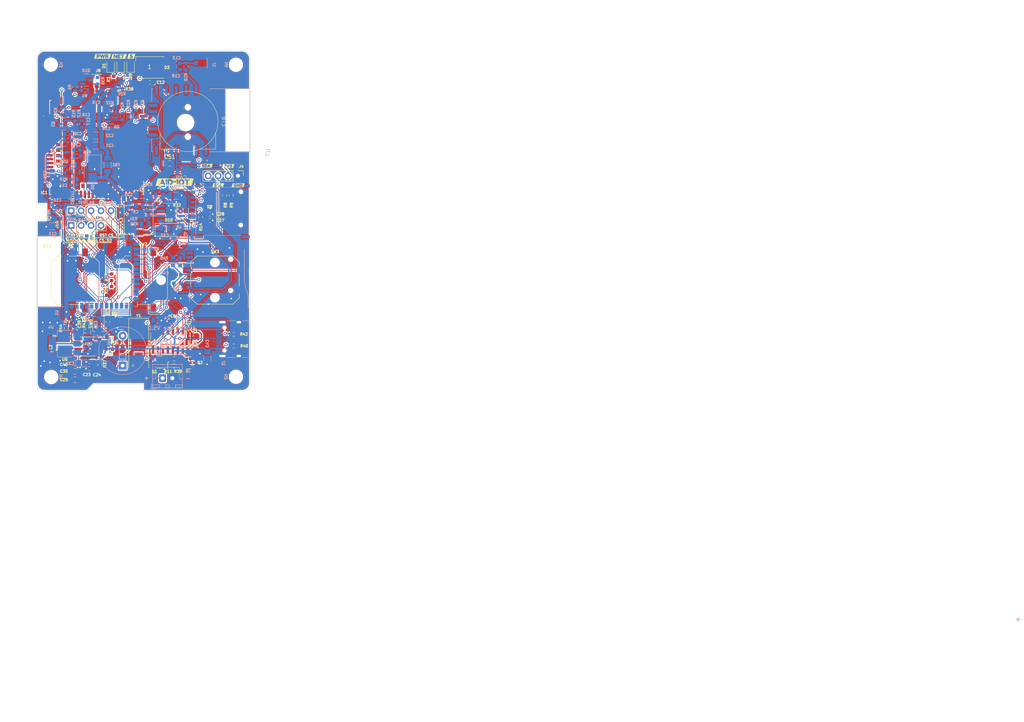
<source format=kicad_pcb>
(kicad_pcb (version 20240108) (generator "pcbnew") (generator_version "8.0")
  (layers (0 "F.Cu" signal) (31 "B.Cu" signal) (34 "B.Paste" user) (35 "F.Paste" user) (36 "B.SilkS" user "B.Silkscreen") (37 "F.SilkS" user "F.Silkscreen") (38 "B.Mask" user) (39 "F.Mask" user) (44 "Edge.Cuts" user))
  (net 0 "")
  (net 1 "Net-(D1-K)")
  (net 2 "RESET")
  (net 3 "Net-(U2-XI)")
  (net 5 "U1A5")
  (net 6 "Net-(U2-XO)")
  (net 7 "U1B5")
  (net 8 "Net-(U2-V3)")
  (net 9 "RXD0")
  (net 10 "TXD0")
  (net 11 "IO0")
  (net 12 "USB1_P")
  (net 13 "LED1")
  (net 14 "BUTTON1")
  (net 15 "USB1_N")
  (net 17 "CS_TFT")
  (net 18 "GND")
  (net 19 "GPIO20")
  (net 20 "GPIO19")
  (net 21 "GSM_RXD")
  (net 22 "GSM_TXD")
  (net 23 "IO39")
  (net 24 "GNSS_ANT")
  (net 25 "SCL")
  (net 26 "SDA")
  (net 28 "MOSI")
  (net 29 "MISO")
  (net 30 "SPI_CLK")
  (net 31 "+3.3V")
  (net 32 "VBAT_MAIN")
  (net 33 "Net-(D9-K)")
  (net 34 "VBAT")
  (net 35 "Net-(Q3-B)")
  (net 36 "PWRKEY")
  (net 37 "Net-(Q4-B)")
  (net 38 "MCU_RXD")
  (net 39 "Net-(Q5-B)")
  (net 40 "MCU_TXD")
  (net 41 "Net-(Q6-B)")
  (net 42 "Net-(Q6-C)")
  (net 43 "PWRKEY_M")
  (net 44 "VDD_1V8")
  (net 45 "NETLIGHT")
  (net 46 "1V8_GNSS")
  (net 47 "UART3_RXD")
  (net 48 "GNSS_TXD")
  (net 49 "UART3_TXD")
  (net 50 "GNSS_RXD")
  (net 51 "MK_IN_3")
  (net 52 "GNSS_PWRCTL")
  (net 53 "VBAT_READ")
  (net 54 "VDD_2V8")
  (net 65 "RESET_GSM")
  (net 70 "USB_VBUS")
  (net 75 "USIM_VDD")
  (net 76 "USIM_DATA")
  (net 77 "USIM_CLK")
  (net 78 "USIM_RST")
  (net 79 "CD-PIN")
  (net 92 "MAIN_ANT")
  (net 93 "STATUS_OUT")
  (net 121 "GPS_RXD")
  (net 122 "GPS_TXD")
  (net 123 "Net-(J1-SIG)")
  (net 124 "NAVIC_ANT")
  (net 125 "DIO1")
  (net 129 "DTR")
  (net 130 "Net-(Q1-B)")
  (net 131 "Net-(Q2-B)")
  (net 132 "RTS")
  (net 135 "ADC_BAT")
  (net 137 "Net-(BZ1-+)")
  (net 138 "Net-(Q9-B)")
  (net 139 "BUZZER")
  (net 141 "BUTTON2")
  (net 142 "BUTTON4")
  (net 145 "CS1")
  (net 152 "Net-(C23-Pad1)")
  (net 153 "VBUS")
  (net 154 "+5V")
  (net 155 "Net-(C41-Pad1)")
  (net 156 "Net-(D2-K)")
  (net 157 "LED3")
  (net 158 "Net-(Q10-C)")
  (net 159 "Net-(Q10-B)")
  (net 160 "Net-(U5-KEY)")
  (net 161 "Net-(R43-Pad2)")
  (net 162 "Net-(U5-SW)")
  (net 163 "Net-(U6-COMP)")
  (net 164 "Net-(C5-Pad2)")
  (net 165 "Net-(D10-K)")
  (net 166 "Net-(U6-BST)")
  (net 167 "EN_BUCK")
  (net 168 "Net-(U6-FREQ)")
  (net 169 "Net-(U6-FB)")
  (net 170 "VBAT_GSM")
  (net 172 "VBAT_L")
  (net 173 "LED2")
  (net 176 "LED1A")
  (net 177 "Net-(BT3-+)")
  (net 178 "Net-(J2-Pin_4)")
  (net 187 "WAKE_UP")
  (footprint "SINCGRID:A7672SA" (layer "F.Cu") (at 125.9558 72.2518)
    (property "Reference" "IC1")
    (property "Value" "A7672SA" (hide yes))
  )
  (footprint "Capacitor_SMD:C_0603_1608Metric_Pad1.08x0.95mm_HandSolder" (layer "F.Cu") (at 124.0683 128.7674 180)
    (property "Reference" "C23")
    (property "Value" "10uF16V/0603")
  )
  (footprint "kibuzzard-6729BD64" (layer "F.Cu") (at 131.6482 48.9712)
    (property "Reference" "kibuzzard-6729BD64" (hide yes))
    (property "Value" "G***" (hide yes))
  )
  (footprint "Resistor_SMD:R_0603_1608Metric" (layer "F.Cu") (at 158.61 84.51 90)
    (property "Reference" "R8")
    (property "Value" "10K")
  )
  (footprint "Capacitor_SMD:C_0603_1608Metric" (layer "F.Cu") (at 154.8698 89.269)
    (property "Reference" "C28")
    (property "Value" "33pF")
  )
  (footprint "Resistor_SMD:R_0603_1608Metric_Pad0.98x0.95mm_HandSolder" (layer "F.Cu") (at 118.2116 118.4675 90)
    (property "Reference" "R44")
    (property "Value" "2R/0603")
  )
  (footprint "Capacitor_SMD:C_0603_1608Metric_Pad1.08x0.95mm_HandSolder" (layer "F.Cu") (at 124.0708 126.9574 180)
    (property "Reference" "C24")
    (property "Value" "10uF16V/0603")
  )
  (footprint "Resistor_SMD:R_0603_1608Metric" (layer "F.Cu") (at 129.75 108.62 -90)
    (property "Reference" "R28")
    (property "Value" "470K")
  )
  (footprint "SINCGRID:UFL_SMT" (layer "F.Cu") (at 125.9586 54.8634)
    (property "Reference" "J8")
    (property "Value" "U.FL-R-SMT(01)" (hide yes))
  )
  (footprint "Capacitor_SMD:C_0603_1608Metric" (layer "F.Cu") (at 119.494 115.9002)
    (property "Reference" "C41")
    (property "Value" "10uF/0603")
  )
  (footprint "Capacitor_SMD:C_0805_2012Metric" (layer "F.Cu") (at 144.6 76.31)
    (property "Reference" "C51")
    (property "Value" "4.7uF")
  )
  (footprint "Resistor_SMD:R_0603_1608Metric" (layer "F.Cu") (at 145.7076 128.0922)
    (property "Reference" "R39")
    (property "Value" "1K")
  )
  (footprint "Resistor_SMD:R_0603_1608Metric" (layer "F.Cu") (at 129.18 123.78 180)
    (property "Reference" "R29")
    (property "Value" "0")
  )
  (footprint "Resistor_SMD:R_0603_1608Metric" (layer "F.Cu") (at 120.68 98.275 -90)
    (property "Reference" "R1")
    (property "Value" "10K")
  )
  (footprint "kibuzzard-6729BD50" (layer "F.Cu") (at 127.4572 48.9458)
    (property "Reference" "kibuzzard-6729BD50" (hide yes))
    (property "Value" "G***" (hide yes))
  )
  (footprint "LED_SMD:LED_0805_2012Metric" (layer "F.Cu") (at 134.62 51.3865 90)
    (property "Reference" "D9")
    (property "Value" "LED")
  )
  (footprint "LED_SMD:LED_WS2812B_PLCC4_5.0x5.0mm_P3.2mm" (layer "F.Cu") (at 139.5716 51.7896 180)
    (property "Reference" "D3")
    (property "Value" "WS2812B")
  )
  (footprint "Resistor_SMD:R_0603_1608Metric" (layer "F.Cu") (at 160.965 119.99)
    (property "Reference" "R42")
    (property "Value" "5.1k")
  )
  (footprint "kibuzzard-6729BE9E" (layer "F.Cu") (at 162.0774 81.915)
    (property "Reference" "kibuzzard-6729BE9E" (hide yes))
    (property "Value" "G***" (hide yes))
  )
  (footprint "Capacitor_SMD:C_0603_1608Metric" (layer "F.Cu") (at 154.8698 90.889)
    (property "Reference" "C27")
    (property "Value" "0.1uF")
  )
  (footprint "Capacitor_SMD:C_0603_1608Metric" (layer "F.Cu") (at 120.2944 118.4018 90)
    (property "Reference" "C39")
    (property "Value" "10uF/0603")
  )
  (footprint "ESP-DEVKITS3:3X4X2_SMD" (layer "F.Cu") (at 126.4158 117.3226 90)
    (property "Reference" "SW6" (hide yes))
    (property "Value" "SW_Push")
  )
  (footprint "LED_SMD:LED_0805_2012Metric" (layer "F.Cu") (at 132.08 51.3865 90)
    (property "Reference" "D2")
    (property "Value" "LED")
  )
  (footprint "Button_Switch_SMD:SW_Push_1P1T_NO_CK_PTS125Sx43PSMTR" (layer "F.Cu") (at 120.4868 106.21 -90)
    (property "Reference" "SW1")
    (property "Value" "SW_Push")
  )
  (footprint "Capacitor_SMD:C_0603_1608Metric" (layer "F.Cu") (at 144.665 116.69)
    (property "Reference" "C6")
    (property "Value" "0.1uF")
  )
  (footprint "Resistor_SMD:R_0603_1608Metric_Pad0.98x0.95mm_HandSolder" (layer "F.Cu") (at 123.0122 119.1768)
    (property "Reference" "R43")
    (property "Value" "10K")
  )
  (footprint "Resistor_SMD:R_0603_1608Metric" (layer "F.Cu") (at 145.733 126.2634 180)
    (property "Reference" "R11")
    (property "Value" "1K")
  )
  (footprint "Capacitor_SMD:C_1206_3216Metric" (layer "F.Cu") (at 150.2664 88.4156 90)
    (property "Reference" "C3")
    (property "Value" "10UF/50V")
  )
  (footprint "Capacitor_SMD:C_0805_2012Metric" (layer "F.Cu") (at 120.4468 129.4892)
    (property "Reference" "C30")
    (property "Value" "22uF/0805")
  )
  (footprint "Connector_PinHeader_2.54mm:PinHeader_1x05_P2.54mm_Vertical" (layer "F.Cu") (at 119.45 88.42 90)
    (property "Reference" "J2")
    (property "Value" "Conn_01x05_Pin")
  )
  (footprint "Package_TO_SOT_SMD:SOT-23" (layer "F.Cu") (at 131.9807 117.1956)
    (property "Reference" "Q9")
    (property "Value" "BC817")
  )
  (footprint "Resistor_SMD:R_0603_1608Metric" (layer "F.Cu") (at 128.8288 116.8786 -90)
    (property "Reference" "R13")
    (property "Value" "2.2k")
  )
  (footprint "kibuzzard-6729BE92" (layer "F.Cu") (at 159.512 76.9874)
    (property "Reference" "kibuzzard-6729BE92" (hide yes))
    (property "Value" "G***" (hide yes))
  )
  (footprint "Package_TO_SOT_SMD:SOT-23" (layer "F.Cu") (at 142.06 127.1475 180)
    (property "Reference" "Q1")
    (property "Value" "BC817")
  )
  (footprint "Connector_PinHeader_2.54mm:PinHeader_1x04_P2.54mm_Vertical" (layer "F.Cu") (at 162.052 79.502 -90)
    (property "Reference" "J4")
    (property "Value" "Conn_01x04_Pin")
  )
  (footprint "SG_NEW:1uH-IND-SWPA5040S1" (layer "F.Cu") (at 119.0608 125.6874 90)
    (property "Reference" "L2")
    (property "Value" "1uH")
  )
  (footprint "SG_NEW:SOIC9P127_490X600X170L84X42T330X241N" (layer "F.Cu") (at 123.7208 123.1324 180)
    (property "Reference" "U5")
    (property "Value" "IP5306")
  )
  (footprint "kibuzzard-6729BE57" (layer "F.Cu") (at 153.9494 76.962)
    (property "Reference" "kibuzzard-6729BE57" (hide yes))
    (property "Value" "G***" (hide yes))
  )
  (footprint "Resistor_SMD:R_0603_1608Metric" (layer "F.Cu") (at 160.2873 84.519 90)
    (property "Reference" "R9")
    (property "Value" "10K")
  )
  (footprint "SG_NEW:CR1220" (layer "F.Cu") (at 149.24 65.61 -90)
    (property "Reference" "BT3")
    (property "Value" "Battery_Cell")
  )
  (footprint "Resistor_SMD:R_0603_1608Metric" (layer "F.Cu") (at 130.302 54.9016 90)
    (property "Reference" "R3")
    (property "Value" "1K")
  )
  (footprint "Resistor_SMD:R_0603_1608Metric" (layer "F.Cu") (at 160.965 122.98)
    (property "Reference" "R40")
    (property "Value" "5.1k")
  )
  (footprint "Capacitor_SMD:C_0805_2012Metric" (layer "F.Cu") (at 120.4316 127.381)
    (property "Reference" "C40")
    (property "Value" "22uF/0805")
  )
  (footprint "Package_SO:SOIC-16_3.9x9.9mm_P1.27mm" (layer "F.Cu") (at 144.775 121.585 -90)
    (property "Reference" "U2")
    (property "Value" "CH340G")
  )
  (footprint "Lighthous_Library:SC70-6" (layer "F.Cu") (at 154.72 85.35)
    (property "Reference" "D8")
    (property "Value" "SMF05C")
  )
  (footprint "Resistor_SMD:R_0603_1608Metric" (layer "F.Cu") (at 152.4948 90.044 -90)
    (property "Reference" "R14")
    (property "Value" "15k")
  )
  (footprint "Resistor_SMD:R_0805_2012Metric" (layer "F.Cu") (at 146.4583 88.4428 180)
    (property "Reference" "R32")
    (property "Value" "200K")
  )
  (footprint "Resistor_SMD:R_0603_1608Metric" (layer "F.Cu") (at 129.75 105.42 -90)
    (property "Reference" "R27")
    (property "Value" "680K")
  )
  (footprint "Package_TO_SOT_SMD:SOT-23" (layer "F.Cu") (at 149.4775 127.27)
    (property "Reference" "Q2")
    (property "Value" "BC817")
  )
  (footprint "Diode_SMD:D_SMA" (layer "F.Cu") (at 144.3802 93.2942)
    (property "Reference" "D10")
    (property "Value" "1N5819")
  )
  (footprint "kibuzzard-6729BE86" (layer "F.Cu") (at 156.9974 81.8896)
    (property "Reference" "kibuzzard-6729BE86" (hide yes))
    (property "Value" "G***" (hide yes))
  )
  (footprint "Capacitor_SMD:C_0603_1608Metric" (layer "F.Cu") (at 139.56 55.6006 180)
    (property "Reference" "C12")
    (property "Value" "0.1uF")
  )
  (footprint "Resistor_SMD:R_0603_1608Metric" (layer "F.Cu") (at 131.7122 57.3532)
    (property "Reference" "R38")
    (property "Value" "0")
  )
  (footprint "kibuzzard-6729BEC4" (layer "F.Cu") (at 145.8468 81.1276)
    (property "Reference" "kibuzzard-6729BEC4" (hide yes))
    (property "Value" "G***" (hide yes))
  )
  (footprint "Capacitor_SMD:C_0805_2012Metric" (layer "F.Cu") (at 120.4468 131.6228)
    (property "Reference" "C25")
    (property "Value" "22uF/0805")
  )
  (footprint "Resistor_SMD:R_0603_1608Metric_Pad0.98x0.95mm_HandSolder" (layer "F.Cu") (at 126.7808 127.8524 -90)
    (property "Reference" "R37")
    (property "Value" "2R/0603")
  )
  (footprint "Resistor_SMD:R_0603_1608Metric" (layer "F.Cu") (at 128.56 121.335 -90)
    (property "Reference" "R48")
    (property "Value" "0")
  )
  (footprint "Diode_SMD:D_SOD-323_HandSoldering" (layer "F.Cu") (at 132.588 124.3384 90)
    (property "Reference" "D4")
    (property "Value" "1N4148WS")
  )
  (footprint "LED_SMD:LED_0805_2012Metric" (layer "F.Cu") (at 129.54 51.3865 90)
    (property "Reference" "D1")
    (property "Value" "LED")
  )
  (footprint "kibuzzard-6729BD86" (layer "F.Cu") (at 134.7978 48.9458)
    (property "Reference" "kibuzzard-6729BD86" (hide yes))
    (property "Value" "G***" (hide yes))
  )
  (footprint "Crystal:Crystal_SMD_HC49-SD" (layer "F.Cu") (at 136.6774 122.6312 -90)
    (property "Reference" "Y1")
    (property "Value" "12MHz")
  )
  (footprint "Inductor_SMD:L_7.3x7.3_H3.5" (layer "F.Cu") (at 136.6774 90.78 90)
    (property "Reference" "L3")
    (property "Value" "33UH")
  )
  (footprint "Button_Switch_SMD:SW_Push_1P1T_NO_CK_PTS125Sx43PSMTR" (layer "F.Cu") (at 156.1592 106.1508)
    (property "Reference" "SW3")
    (property "Value" "SW_Push")
  )
  (footprint "Button_Switch_SMD:SW_Push_1P1T_NO_CK_PTS125Sx43PSMTR" (layer "F.Cu") (at 137.9116 106.1508 -90)
    (property "Reference" "SW2")
    (property "Value" "SW_Push")
  )
  (footprint "Connector_PinHeader_2.54mm:PinHeader_1x04_P2.54mm_Vertical" (layer "F.Cu") (at 119.45 92.2 90)
    (property "Reference" "J10")
    (property "Value" "Conn_01x04_Pin")
  )
  (footprint "Capacitor_SMD:C_0603_1608Metric" (layer "F.Cu") (at 151.1 121.41 90)
    (property "Reference" "C2")
    (property "Value" "0.1uF")
  )
  (footprint "MountingHole:MountingHole_3.2mm_M3" (layer "B.Cu") (at 114.25 51.09 -90)
    (property "Reference" "H3")
    (property "Value" "MountingHole" (hide yes))
  )
  (footprint "Resistor_SMD:R_0805_2012Metric" (layer "B.Cu") (at 141.9371 84.455 180)
    (property "Reference" "R34")
    (property "Value" "100K")
  )
  (footprint "Capacitor_SMD:C_0805_2012Metric" (layer "B.Cu") (at 143.3728 92.964 180)
    (property "Reference" "C33")
    (property "Value" "100NF")
  )
  (footprint "SG:XCVR_L89" (layer "B.Cu") (at 152.55 65.29 90)
    (property "Reference" "U7")
    (property "Value" "L89")
  )
  (footprint "Resistor_SMD:R_0603_1608Metric" (layer "B.Cu") (at 122.1608 66.2808 90)
    (property "Reference" "R12")
    (property "Value" "4.7K")
  )
  (footprint "Resistor_SMD:R_0603_1608Metric" (layer "B.Cu") (at 135.9908 63.6908 90)
    (property "Reference" "R25")
    (property "Value" "10K")
  )
  (footprint "Capacitor_SMD:C_0603_1608Metric" (layer "B.Cu") (at 125.8158 63.8798 180)
    (property "Reference" "C16")
    (property "Value" "33pF")
  )
  (footprint "Resistor_SMD:R_0603_1608Metric" (layer "B.Cu") (at 139.02 98.25 180)
    (property "Reference" "R2")
    (property "Value" "10K")
  )
  (footprint "Resistor_SMD:R_0603_1608Metric_Pad0.98x0.95mm_HandSolder" (layer "B.Cu") (at 146.3475 102.43)
    (property "Reference" "R47")
    (property "Value" "NC")
  )
  (footprint "SINCGRID:UFL_SMT" (layer "B.Cu") (at 152.84 50.7 90)
    (property "Reference" "J1")
    (property "Value" "U.FL-R-SMT(01)")
  )
  (footprint "Resistor_SMD:R_0603_1608Metric" (layer "B.Cu") (at 148.76 51.535 -90)
    (property "Reference" "R10")
    (property "Value" "1K")
  )
  (footprint "Resistor_SMD:R_0603_1608Metric" (layer "B.Cu") (at 119.43 117.06 90)
    (property "Reference" "R7")
    (property "Value" "10K")
  )
  (footprint "Resistor_SMD:R_0805_2012Metric" (layer "B.Cu") (at 135.0499 87.1982 180)
    (property "Reference" "R33")
    (property "Value" "68.1K")
  )
  (footprint "Capacitor_SMD:C_0603_1608Metric" (layer "B.Cu") (at 125.73 120.2306 90)
    (property "Reference" "C36")
    (property "Value" "0.1uF")
  )
  (footprint "Capacitor_SMD:C_0805_2012Metric" (layer "B.Cu") (at 138.7196 87.1982 180)
    (property "Reference" "C5")
    (property "Value" "220PF")
  )
  (footprint "Capacitor_SMD:C_1206_3216Metric" (layer "B.Cu") (at 125.7508 71.7538 180)
    (property "Reference" "C21")
    (property "Value" "100uF")
  )
  (footprint "Resistor_SMD:R_0603_1608Metric" (layer "B.Cu") (at 132.4864 64.2996 -90)
    (property "Reference" "R21")
    (property "Value" "2.2k")
  )
  (footprint "Inductor_SMD:L_1206_3216Metric_Pad1.22x1.90mm_HandSolder" (layer "B.Cu") (at 128.7498 76.6953 90)
    (property "Reference" "FB1")
    (property "Value" "FerriteBead")
  )
  (footprint "MountingHole:MountingHole_3.2mm_M3" (layer "B.Cu") (at 161.52 51.12 -90)
    (property "Reference" "H4")
    (property "Value" "MountingHole" (hide yes))
  )
  (footprint "SINCGRID:XCVR_ESP32-S3-WROOM-1-N16R2" (layer "B.Cu") (at 123.5932 103.9622 -90)
    (property "Reference" "U1")
    (property "Value" "ESP32-S3-WROOM-1-N16R2")
  )
  (footprint "Resistor_SMD:R_0603_1608Metric" (layer "B.Cu") (at 132.5943 56.9068 180)
    (property "Reference" "R20")
    (property "Value" "2.2k")
  )
  (footprint "Resistor_SMD:R_0603_1608Metric" (layer "B.Cu") (at 126.186 55.203 -90)
    (property "Reference" "R36")
    (property "Value" "2.2k")
  )
  (footprint "Resistor_SMD:R_0603_1608Metric" (layer "B.Cu") (at 118.6028 70.4068)
    (property "Reference" "R17")
    (property "Value" "4.7K")
  )
  (footprint "Capacitor_SMD:C_1206_3216Metric" (layer "B.Cu") (at 125.7508 69.2138 180)
    (property "Reference" "C22")
    (property "Value" "100uF")
  )
  (footprint "Resistor_SMD:R_0603_1608Metric" (layer "B.Cu") (at 122.891 57.653 180)
    (property "Reference" "R4")
    (property "Value" "2.2k")
  )
  (footprint "Package_SO:SOIC-8-1EP_3.9x4.9mm_P1.27mm_EP2.29x3mm" (layer "B.Cu") (at 144.8958 89.1152)
    (property "Reference" "U6")
    (property "Value" "~")
  )
  (footprint "Resistor_SMD:R_0603_1608Metric_Pad0.98x0.95mm_HandSolder" (layer "B.Cu") (at 146.5575 106.97)
    (property "Reference" "R46")
    (property "Value" "10K/0603")
  )
  (footprint "Capacitor_SMD:C_1206_3216Metric_Pad1.33x1.80mm_HandSolder" (layer "B.Cu") (at 123.5456 119.4431 90)
    (property "Reference" "C37")
    (property "Value" "10uF")
  )
  (footprint "Capacitor_SMD:C_0603_1608Metric" (layer "B.Cu") (at 125.8158 62.2288 180)
    (property "Reference" "C15")
    (property "Value" "10pF")
  )
  (footprint "Package_TO_SOT_SMD:SOT-23" (layer "B.Cu") (at 123.266 55.0155)
    (property "Reference" "Q10")
    (property "Value" "BC817")
  )
  (footprint "Package_TO_SOT_SMD:SOT-23" (layer "B.Cu") (at 120.6443 77.5958 90)
    (property "Reference" "Q5")
    (property "Value" "MMBT3904")
  )
  (footprint "Capacitor_SMD:C_0603_1608Metric" (layer "B.Cu") (at 120.9018 72.8198)
    (property "Reference" "C26")
    (property "Value" "1nF")
  )
  (footprint "Capacitor_SMD:C_0805_2012Metric" (layer "B.Cu") (at 141.417 116.4336)
    (property "Reference" "C4")
    (property "Value" "22pF")
  )
  (footprint "MountingHole:MountingHole_3.2mm_M3" (layer "B.Cu") (at 161.53 130.87 -90)
    (property "Reference" "H2")
    (property "Value" "MountingHole" (hide yes))
  )
  (footprint "Resistor_SMD:R_0603_1608Metric" (layer "B.Cu") (at 117.8018 77.9138 90)
    (property "Reference" "R18")
    (property "Value" "4.7K")
  )
  (footprint "Buzzer_Beeper:Buzzer_12x9.5RM7.6" (layer "B.Cu") (at 132.588 127.996 90)
    (property "Reference" "BZ1")
    (property "Value" "Buzzer")
  )
  (footprint "Capacitor_SMD:C_0603_1608Metric" (layer "B.Cu") (at 146.385 52.37 180)
    (property "Reference" "C19")
    (property "Value" "NM")
  )
  (footprint "Resistor_SMD:R_0603_1608Metric_Pad0.98x0.95mm_HandSolder" (layer "B.Cu") (at 120.81 86.1 180)
    (property "Reference" "R41")
    (property "Value" "10K/0603")
  )
  (footprint "MountingHole:MountingHole_3.2mm_M3" (layer "B.Cu") (at 114.36 130.92 -90)
    (property "Reference" "H1")
    (property "Value" "MountingHole" (hide yes))
  )
  (footprint "Capacitor_SMD:C_0603_1608Metric" (layer "B.Cu") (at 125.8158 67.1818 180)
    (property "Reference" "C18")
    (property "Value" "1uF")
  )
  (footprint "Resistor_SMD:R_0805_2012Metric" (layer "B.Cu") (at 138.2795 89.789 180)
    (property "Reference" "R31")
    (property "Value" "63k")
  )
  (footprint "Package_TO_SOT_SMD:SOT-23" (layer "B.Cu") (at 129.7483 64.6458)
    (property "Reference" "Q6")
    (property "Value" "BC817")
  )
  (footprint "Resistor_SMD:R_0603_1608Metric_Pad0.98x0.95mm_HandSolder" (layer "B.Cu") (at 146.4075 100.43)
    (property "Reference" "R45")
    (property "Value" "10K/0603")
  )
  (footprint "Package_TO_SOT_SMD:SOT-23" (layer "B.Cu") (at 117.4833 66.2958 180)
    (property "Reference" "Q3")
    (property "Value" "BC817")
  )
  (footprint "Capacitor_SMD:C_1206_3216Metric" (layer "B.Cu") (at 137.6154 84.3534)
    (property "Reference" "C35")
    (property "Value" "22UF/6.3V")
  )
  (footprint "Capacitor_SMD:C_1206_3216Metric_Pad1.33x1.80mm_HandSolder" (layer "B.Cu") (at 122.88 127.43)
    (property "Reference" "C32")
    (property "Value" "10uF")
  )
  (footprint "Capacitor_SMD:C_0603_1608Metric" (layer "B.Cu") (at 120.1008 81.9138 180)
    (property "Reference" "C14")
    (property "Value" "1nF")
  )
  (footprint "Capacitor_SMD:C_1206_3216Metric_Pad1.33x1.80mm_HandSolder" (layer "B.Cu") (at 147.07 80.55)
    (property "Reference" "C50")
    (property "Value" "10uF")
  )
  (footprint "Resistor_SMD:R_0603_1608Metric" (layer "B.Cu") (at 120.3928 66.3298 -90)
    (property "Reference" "R15")
    (property "Value" "4.7K")
  )
  (footprint "SINCGRID:Nano_Sim_Holder" (layer "B.Cu") (at 158.03 88.58 -90)
    (property "Reference" "J5")
    (property "Value" "SIM_Card_6+1PIN" (hide yes))
  )
  (footprint "Capacitor_SMD:C_0603_1608Metric" (layer "B.Cu") (at 125.8158 65.5308 180)
    (property "Reference" "C17")
    (property "Value" "0.1uF")
  )
  (footprint "Capacitor_SMD:C_1206_3216Metric_Pad1.33x1.80mm_HandSolder" (layer "B.Cu") (at 154.24 126.0725 -90)
    (property "Reference" "C43")
    (property "Value" "10uF")
  )
  (footprint "Resistor_SMD:R_0603_1608Metric" (layer "B.Cu") (at 134.0708 63.5958 90)
    (property "Reference" "R23")
    (property "Value" "0")
  )
  (footprint "Resistor_SMD:R_0603_1608Metric" (layer "B.Cu") (at 115.89 88.72)
    (property "Reference" "R6")
    (property "Value" "10K")
  )
  (footprint "Resistor_SMD:R_0603_1608Metric" (layer "B.Cu") (at 116.9408 63.0308 90)
    (property "Reference" "R26")
    (property "Value" "0")
  )
  (footprint "Resistor_SMD:R_0603_1608Metric" (layer "B.Cu") (at 120.1508 80.3898)
    (property "Reference" "R19")
    (property "Value" "4.7K")
  )
  (footprint "Resistor_SMD:R_0603_1608Metric" (layer "B.Cu") (at 129.3368 62.103 180)
    (property "Reference" "R22")
    (property "Value" "47K")
  )
  (footprint "Resistor_SMD:R_0603_1608Metric" (layer "B.Cu") (at 137.7008 63.6908 90)
    (property "Reference" "R24")
    (property "Value" "10K")
  )
  (footprint "Capacitor_SMD:C_0603_1608Metric" (layer "B.Cu") (at 123.812 123.6218)
    (property "Reference" "C34")
    (property "Value" "0.1uF")
  )
  (footprint "Connector_USB:USB_C_Receptacle_HRO_TYPE-C-31-M-12" (layer "B.Cu") (at 161.2 121.23 -90)
    (property "Reference" "J3")
    (property "Value" "USB_C_Receptacle_USB2.0")
  )
  (footprint "Connector_JST:JST_XH_B2B-XH-A_1x02_P2.50mm_Vertical" (layer "B.Cu") (at 142.788 131.2164)
    (property "Reference" "J6")
    (property "Value" "Conn_01x02_Socket")
  )
  (footprint "Resistor_SMD:R_0805_2012Metric" (layer "B.Cu") (at 142.0387 81.7372)
    (property "Reference" "R35")
    (property "Value" "27k")
  )
  (footprint "Capacitor_SMD:C_1206_3216Metric" (layer "B.Cu") (at 146.1498 84.582 180)
    (property "Reference" "C42")
    (property "Value" "100uF")
  )
  (footprint "Capacitor_SMD:C_0603_1608Metric" (layer "B.Cu") (at 115.92 87.15 180)
    (property "Reference" "C10")
    (property "Value" "0.1uF")
  )
  (footprint "Capacitor_SMD:C_0805_2012Metric" (layer "B.Cu") (at 141.15 126.07 180)
    (property "Reference" "C1")
    (property "Value" "22pF")
  )
  (footprint "Resistor_SMD:R_0603_1608Metric" (layer "B.Cu") (at 120.396 56.833 90)
    (property "Reference" "R5")
    (property "Value" "47K")
  )
  (footprint "Diode_SMD:D_SMB" (layer "B.Cu") (at 124.9398 77.8383 -90)
    (property "Reference" "D6")
    (property "Value" "D_TVS")
  )
  (footprint "EPS_data_logger:SUNTECH_ST-TF-003A" (layer "B.Cu") (at 155.0188 104.4902 -90)
    (property "Reference" "P1")
    (property "Value" "ST-TF-003A" (hide yes))
  )
  (footprint "Capacitor_SMD:C_0603_1608Metric" (layer "B.Cu") (at 146.365 50.73 180)
    (property "Reference" "C13")
    (property "Value" "NM")
  )
  (footprint "Capacitor_SMD:C_1206_3216Metric_Pad1.33x1.80mm_HandSolder" (layer "B.Cu") (at 114.6875 92.38 180)
    (property "Reference" "C11")
    (property "Value" "10uF")
  )
  (footprint "Capacitor_SMD:C_0805_2012Metric" (layer "B.Cu") (at 114.5258 79.1858 -90)
    (property "Reference" "C29")
    (property "Value" "2.2uF")
  )
  (footprint "Package_TO_SOT_SMD:SOT-223-3_TabPin2" (layer "B.Cu") (at 117.82 122.41 180)
    (property "Reference" "U4")
    (property "Value" "AMS1117-3.3")
  )
  (footprint "Resistor_SMD:R_0603_1608Metric" (layer "B.Cu") (at 146.59 104.77 180)
    (property "Reference" "C44")
    (property "Value" "10uF/0603")
  )
  (footprint "Capacitor_SMD:C_0805_2012Metric" (layer "B.Cu") (at 147.6 78.31)
    (property "Reference" "C49")
    (property "Value" "0.1uF")
  )
  (footprint "Resistor_SMD:R_0603_1608Metric" (layer "B.Cu") (at 120.9518 74.4708)
    (property "Reference" "R16")
    (property "Value" "4.7K")
  )
  (footprint "Resistor_SMD:R_0805_2012Metric" (layer "B.Cu") (at 138.3049 91.821)
    (property "Reference" "R30")
    (property "Value" "100K")
  )
  (footprint "Capacitor_SMD:C_0603_1608Metric" (layer "B.Cu") (at 115.92 90.42 180)
    (property "Reference" "C9")
    (property "Value" "0.1uF")
  )
  (footprint "Package_TO_SOT_SMD:SOT-23" (layer "B.Cu") (at 117.3813 73.5208)
    (property "Reference" "Q4")
    (property "Value" "MMBT3904")
  )
  (footprint "Capacitor_SMD:C_0603_1608Metric" (layer "B.Cu") (at 118.6158 68.7558)
    (property "Reference" "C20")
    (property "Value" "1nF")
  )
  (gr_line (start 132.7 94.16) (end 131.2 92.66) (stroke (width 0.15)) (layer "F.SilkS"))
  (gr_line (start 132.45 95.31) (end 132.7 95.06) (stroke (width 0.15)) (layer "F.SilkS"))
  (gr_line (start 144.1196 128.8542) (end 144.1196 127.2794) (stroke (width 0.15)) (layer "F.SilkS"))
  (gr_line (start 117.98 96.58) (end 116.61 95.21) (stroke (width 0.15)) (layer "F.SilkS"))
  (gr_line (start 130.44 91.9) (end 130.44 90.45) (stroke (width 0.15)) (layer "F.SilkS"))
  (gr_line (start 129.81 96.58) (end 117.98 96.58) (stroke (width 0.15)) (layer "F.SilkS"))
  (gr_line (start 116.61 93.42) (end 117.68 92.35) (stroke (width 0.15)) (layer "F.SilkS"))
  (gr_line (start 118.1 95.31) (end 132.45 95.31) (stroke (width 0.15)) (layer "F.SilkS"))
  (gr_line (start 131.2 92.66) (end 130.44 91.9) (stroke (width 0.15)) (layer "F.SilkS"))
  (gr_line (start 116.61 95.21) (end 116.61 93.42) (stroke (width 0.15)) (layer "F.SilkS"))
  (gr_line (start 132.7 95.06) (end 132.7 94.16) (stroke (width 0.15)) (layer "F.SilkS"))
  (gr_line (start 144.1196 127.2794) (end 144.4244 126.9746) (stroke (width 0.15)) (layer "F.SilkS"))
  (gr_line (start 110.64 90.88) (end 113.08 90.88) (stroke (width 0.1)) (layer "Edge.Cuts"))
  (gr_line (start 163.14 134.5) (end 137.8 134.5) (stroke (width 0.1)) (layer "Edge.Cuts"))
  (gr_arc (start 112.644624 134.5) (mid 111.23041 133.914214) (end 110.644624 132.5) (stroke (width 0.1)) (layer "Edge.Cuts"))
  (gr_arc (start 163.14 47.49) (mid 164.554214 48.075786) (end 165.14 49.49) (stroke (width 0.1)) (layer "Edge.Cuts"))
  (gr_line (start 112.644624 47.49) (end 163.14 47.49) (stroke (width 0.1)) (layer "Edge.Cuts"))
  (gr_line (start 137.8 132.73) (end 137.8 134.5) (stroke (width 0.1)) (layer "Edge.Cuts"))
  (gr_line (start 112.644624 134.5) (end 123.49 134.5) (stroke (width 0.1)) (layer "Edge.Cuts"))
  (gr_line (start 113.08 86.7) (end 110.65 86.7) (stroke (width 0.1)) (layer "Edge.Cuts"))
  (gr_arc (start 165.14 132.5) (mid 164.554214 133.914214) (end 163.14 134.5) (stroke (width 0.1)) (layer "Edge.Cuts"))
  (gr_arc (start 110.644624 49.49) (mid 111.230412 48.075795) (end 112.644624 47.49) (stroke (width 0.1)) (layer "Edge.Cuts"))
  (gr_line (start 113.08 90.88) (end 113.08 86.7) (stroke (width 0.1)) (layer "Edge.Cuts"))
  (gr_line (start 123.49 134.5) (end 125.26 132.73) (stroke (width 0.1)) (layer "Edge.Cuts"))
  (gr_line (start 125.26 132.73) (end 137.8 132.73) (stroke (width 0.1)) (layer "Edge.Cuts"))
  (gr_line (start 110.644624 132.5) (end 110.644624 90.88) (stroke (width 0.1)) (layer "Edge.Cuts"))
  (gr_line (start 165.14 49.49) (end 165.14 132.5) (stroke (width 0.1)) (layer "Edge.Cuts"))
  (gr_line (start 110.644624 86.7) (end 110.644624 49.49) (stroke (width 0.1)) (layer "Edge.Cuts"))
  (gr_text "CS_SD" (at 129.59 91.22 0) (layer "B.SilkS") (effects (font (size 0.7 0.7) (thickness 0.175) (bold yes)) (justify left bottom mirror)))
  (gr_text "CS_TFT" (at 119.3 87.01 -90) (layer "B.SilkS") (effects (font (size 0.7 0.7) (thickness 0.175) (bold yes)) (justify left bottom mirror)))
  (gr_text "RST" (at 123.25 86.8 -0) (layer "B.SilkS") (effects (font (size 0.7 0.7) (thickness 0.175) (bold yes)) (justify left bottom mirror)))
  (gr_text "RS" (at 125.49 86.8 -0) (layer "B.SilkS") (effects (font (size 0.7 0.7) (thickness 0.175) (bold yes)) (justify left bottom mirror)))
  (gr_text "CLK" (at 131.121666 86.86 -0) (layer "B.SilkS") (effects (font (size 0.7 0.7) (thickness 0.175) (bold yes)) (justify left bottom mirror)))
  (gr_text "MOSI" (at 125.97 91.14 0) (layer "B.SilkS") (effects (font (size 0.7 0.7) (thickness 0.175) (bold yes)) (justify left bottom mirror)))
  (gr_text "LightHouse V5.0\n11-24" (at 151.25 120.61 0) (layer "B.SilkS") (effects (font (size 1 1)) (justify left bottom mirror)))
  (gr_text "MISO" (at 120.84 91.06 0) (layer "B.SilkS") (effects (font (size 0.7 0.7) (thickness 0.175) (bold yes)) (justify left bottom mirror)))
  (gr_text "+" (at 137.922 131.7244 0) (layer "B.SilkS") (effects (font (size 1 1) (thickness 0.2) (bold yes)) (justify left bottom)))
  (gr_text "-" (at 148.5646 131.8514 0) (layer "B.SilkS") (effects (font (size 1 1) (thickness 0.2) (bold yes)) (justify left bottom)))
  (gr_text "AID-IOT" (at 152.146 123.952 0) (layer "B.SilkS") (effects (font (size 2 2) (thickness 0.4) (bold yes)) (justify left bottom mirror)))
  (gr_text "+" (at 360.696624 191.938 270) (layer "B.SilkS") (effects (font (size 1.2 1.2) (thickness 0.3) (bold yes)) (justify left bottom)))
  (gr_text "SDA" (at 128.611666 86.86 -0) (layer "B.SilkS") (effects (font (size 0.7 0.7) (thickness 0.175) (bold yes)) (justify left bottom mirror)))
  (gr_text "CLK" (at 123.29 91.09 0) (layer "B.SilkS") (effects (font (size 0.7 0.7) (thickness 0.175) (bold yes)) (justify left bottom mirror)))
  (gr_text "RST" (at 126.54 95.13 0) (layer "F.SilkS") (effects (font (size 0.7 0.7) (thickness 0.175) (bold yes)) (justify left bottom)))
  (gr_text "MISO" (at 118.05 96.45 0) (layer "F.SilkS") (effects (font (size 0.7 0.7) (thickness 0.175) (bold yes)) (justify left bottom)))
  (gr_text "CLK" (at 120.81 96.45 0) (layer "F.SilkS") (effects (font (size 0.7 0.7) (thickness 0.175) (bold yes)) (justify left bottom)))
  (gr_text "RS" (at 123.69 95.13 0) (layer "F.SilkS") (effects (font (size 0.7 0.7) (thickness 0.175) (bold yes)) (justify left bottom)))
  (gr_text "CLK" (at 117.97 95.13 0) (layer "F.SilkS") (effects (font (size 0.7 0.7) (thickness 0.175) (bold yes)) (justify left bottom)))
  (gr_text "CS_TFT" (at 128.78 95.13 0) (layer "F.SilkS") (effects (font (size 0.7 0.7) (thickness 0.175) (bold yes)) (justify left bottom)))
  (gr_text "CS_SD" (at 126.46 96.45 0) (layer "F.SilkS") (effects (font (size 0.7 0.7) (thickness 0.175) (bold yes)) (justify left bottom)))
  (gr_text "MOSI" (at 123.48 96.45 0) (layer "F.SilkS") (effects (font (size 0.7 0.7) (thickness 0.175) (bold yes)) (justify left bottom)))
  (gr_text "SDA" (at 120.48 95.13 0) (layer "F.SilkS") (effects (font (size 0.7 0.7) (thickness 0.175) (bold yes)) (justify left bottom)))
  (segment (start 129.54 52.324) (end 130.302 53.086) (width 0.1778) (layer "F.Cu") (net 1))
  (segment (start 130.302 53.086) (end 130.302 54.0766) (width 0.1778) (layer "F.Cu") (net 1))
  (segment (start 129.4202 124.8426) (end 129.323 124.7454) (width 0.1778) (layer "F.Cu") (net 2))
  (segment (start 127.4547 111.8063) (end 127.0168 111.3684) (width 0.1778) (layer "F.Cu") (net 2))
  (segment (start 129.323 121.7661) (end 128.7615 121.2046) (width 0.1778) (layer "F.Cu") (net 2))
  (segment (start 129.323 124.7454) (end 129.323 121.7661) (width 0.1778) (layer "F.Cu") (net 2))
  (segment (start 127.4547 120.6381) (end 127.4547 111.8063) (width 0.1778) (layer "F.Cu") (net 2))
  (segment (start 128.0212 121.2046) (end 127.4547 120.6381) (width 0.1778) (layer "F.Cu") (net 2))
  (segment (start 128.7615 121.2046) (end 128.0212 121.2046) (width 0.1778) (layer "F.Cu") (net 2))
  (via (at 150.415 127.27) (size 0.8) (drill 0.4) (layers "F.Cu" "B.Cu") (net 2))
  (via (at 129.4202 124.8426) (size 0.8) (drill 0.4) (layers "F.Cu" "B.Cu") (net 2))
  (via (at 127.0168 111.3684) (size 0.8) (drill 0.4) (layers "F.Cu" "B.Cu") (net 2))
  (segment (start 121.3423 105.365483) (end 121.0431 105.664683) (width 0.1778) (layer "B.Cu") (net 2))
  (segment (start 117.55 92.4662) (end 119.2648 94.181) (width 0.1778) (layer "B.Cu") (net 2))
  (segment (start 116.695 87.15) (end 116.695 88.7) (width 0.1778) (layer "B.Cu") (net 2))
  (segment (start 147.9876 124.8426) (end 129.4202 124.8426) (width 0.1778) (layer "B.Cu") (net 2))
  (segment (start 116.695 88.7) (end 116.715 88.72) (width 0.1778) (layer "B.Cu") (net 2))
  (segment (start 117.18 88.72) (end 117.55 89.09) (width 0.1778) (layer "B.Cu") (net 2))
  (segment (start 120.95 96) (end 121.3423 96.3923) (width 0.1778) (layer "B.Cu") (net 2))
  (segment (start 150.415 127.27) (end 147.9876 124.8426) (width 0.1778) (layer "B.Cu") (net 2))
  (segment (start 121.0431 105.664683) (end 121.0431 106.23) (width 0.1778) (layer "B.Cu") (net 2))
  (segment (start 116.715 88.72) (end 117.18 88.72) (width 0.1778) (layer "B.Cu") (net 2))
  (segment (start 120.8732 94.181) (end 120.8732 95.2122) (width 0.1778) (layer "B.Cu") (net 2))
  (segment (start 119.2648 94.181) (end 120.8732 94.181) (width 0.1778) (layer "B.Cu") (net 2))
  (segment (start 121.3423 96.3923) (end 121.3423 105.365483) (width 0.1778) (layer "B.Cu") (net 2))
  (segment (start 121.0431 106.23) (end 126.1815 111.3684) (width 0.1778) (layer "B.Cu") (net 2))
  (segment (start 126.1815 111.3684) (end 127.0168 111.3684) (width 0.1778) (layer "B.Cu") (net 2))
  (segment (start 117.55 89.09) (end 117.55 92.4662) (width 0.1778) (layer "B.Cu") (net 2))
  (segment (start 138.7947 126.0815) (end 138.7947 123.7006) (width 0.1778) (layer "F.Cu") (net 3))
  (segment (start 138.7947 123.7006) (end 141.6 120.8953) (width 0.1778) (layer "F.Cu") (net 3))
  (segment (start 137.995 126.8812) (end 138.7947 126.0815) (width 0.1778) (layer "F.Cu") (net 3))
  (segment (start 141.6 120.8953) (end 141.6 119.11) (width 0.1778) (layer "F.Cu") (net 3))
  (segment (start 136.6774 126.8812) (end 137.995 126.8812) (width 0.1778) (layer "F.Cu") (net 3))
  (via (at 138.7947 126.0815) (size 0.8) (drill 0.4) (layers "F.Cu" "B.Cu") (net 3))
  (segment (start 138.7947 126.0815) (end 140.1885 126.0815) (width 0.1778) (layer "B.Cu") (net 3))
  (segment (start 140.1885 126.0815) (end 140.2 126.07) (width 0.1778) (layer "B.Cu") (net 3))
  (segment (start 159.9213 119.7713) (end 158.8096 119.7713) (width 0.1778) (layer "F.Cu") (net 5))
  (segment (start 160.14 119.99) (end 159.9213 119.7713) (width 0.1778) (layer "F.Cu") (net 5))
  (via (at 158.8096 119.7713) (size 0.8) (drill 0.4) (layers "F.Cu" "B.Cu") (net 5))
  (segment (start 158.6009 119.98) (end 158.8096 119.7713) (width 0.1778) (layer "B.Cu") (net 5))
  (segment (start 157.155 119.98) (end 158.6009 119.98) (width 0.1778) (layer "B.Cu") (net 5))
  (segment (start 138.9045 118.3812) (end 139.6012 118.3812) (width 0.1778) (layer "F.Cu") (net 6))
  (segment (start 138.9045 117.0441) (end 138.9045 118.3812) (width 0.1778) (layer "F.Cu") (net 6))
  (segment (start 139.6012 118.3812) (end 140.33 119.11) (width 0.1778) (layer "F.Cu") (net 6))
  (segment (start 136.6774 118.3812) (end 138.9045 118.3812) (width 0.1778) (layer "F.Cu") (net 6))
  (via (at 138.9045 117.0441) (size 0.8) (drill 0.4) (layers "F.Cu" "B.Cu") (net 6))
  (segment (start 139.515 116.4336) (end 138.9045 117.0441) (width 0.1778) (layer "B.Cu") (net 6))
  (segment (start 140.467 116.4336) (end 139.515 116.4336) (width 0.1778) (layer "B.Cu") (net 6))
  (segment (start 158.9947 122.6647) (end 159.8247 122.6647) (width 0.1778) (layer "F.Cu") (net 7))
  (segment (start 159.8247 122.6647) (end 160.14 122.98) (width 0.1778) (layer "F.Cu") (net 7))
  (via (at 158.9947 122.6647) (size 0.8) (drill 0.4) (layers "F.Cu" "B.Cu") (net 7))
  (segment (start 157.155 122.98) (end 158.6794 122.98) (width 0.1778) (layer "B.Cu") (net 7))
  (segment (start 158.6794 122.98) (end 158.9947 122.6647) (width 0.1778) (layer "B.Cu") (net 7))
  (segment (start 145.41 119.11) (end 145.41 116.81) (width 0.1778) (layer "F.Cu") (net 8))
  (segment (start 145.41 116.81) (end 145.415 116.805) (width 0.1778) (layer "F.Cu") (net 8))
  (segment (start 147.4124 114.4078) (end 147.95 114.9454) (width 0.1778) (layer "F.Cu") (net 9))
  (segment (start 147.95 114.9454) (end 147.95 119.11) (width 0.1778) (layer "F.Cu") (net 9))
  (via (at 147.4124 114.4078) (size 0.8) (drill 0.4) (layers "F.Cu" "B.Cu") (net 9))
  (segment (start 145.0376 112.033) (end 142.4801 112.033) (width 0.1778) (layer "B.Cu") (net 9))
  (segment (start 142.4801 112.033) (end 140.7697 113.7434) (width 0.1778) (layer "B.Cu") (net 9))
  (segment (start 140.7697 113.7434) (end 123.4132 113.7434) (width 0.1778) (layer "B.Cu") (net 9))
  (segment (start 147.4124 114.4078) (end 145.0376 112.033) (width 0.1778) (layer "B.Cu") (net 9))
  (segment (start 123.4132 112.7122) (end 123.4132 113.7434) (width 0.1778) (layer "B.Cu") (net 9))
  (segment (start 146.65 115.64) (end 146.65 119.08) (width 0.1778) (layer "F.Cu") (net 10))
  (segment (start 146.73 115.56) (end 146.65 115.64) (width 0.1778) (layer "F.Cu") (net 10))
  (segment (start 146.65 119.08) (end 146.68 119.11) (width 0.1778) (layer "F.Cu") (net 10))
  (via (at 146.73 115.56) (size 0.8) (drill 0.4) (layers "F.Cu" "B.Cu") (net 10))
  (segment (start 140.9176 114.1188) (end 122.5186 114.1188) (width 0.1778) (layer "B.Cu") (net 10))
  (segment (start 142.6333 112.4031) (end 140.9176 114.1188) (width 0.1778) (layer "B.Cu") (net 10))
  (segment (start 146.73 115.56) (end 146.73 115.101483) (width 0.1778) (layer "B.Cu") (net 10))
  (segment (start 122.5186 114.1188) (end 122.1432 113.7434) (width 0.1778) (layer "B.Cu") (net 10))
  (segment (start 122.1432 113.7434) (end 122.1432 112.7122) (width 0.1778) (layer "B.Cu") (net 10))
  (segment (start 146.73 115.101483) (end 144.031617 112.4031) (width 0.1778) (layer "B.Cu") (net 10))
  (segment (start 144.031617 112.4031) (end 142.6333 112.4031) (width 0.1778) (layer "B.Cu") (net 10))
  (segment (start 148.56 120.86) (end 146.8491 122.5709) (width 0.1778) (layer "F.Cu") (net 11))
  (segment (start 148.3745 113.8458) (end 148.3745 116.0415) (width 0.1778) (layer "F.Cu") (net 11))
  (segment (start 146.8491 122.5709) (end 142.7079 122.5709) (width 0.1778) (layer "F.Cu") (net 11))
  (segment (start 148.3745 116.0415) (end 148.56 116.227) (width 0.1778) (layer "F.Cu") (net 11))
  (segment (start 142.7079 122.5709) (end 142.2351 123.0437) (width 0.1778) (layer "F.Cu") (net 11))
  (segment (start 148.56 116.227) (end 148.56 120.86) (width 0.1778) (layer "F.Cu") (net 11))
  (segment (start 142.2351 125.2438) (end 141.1225 126.3564) (width 0.1778) (layer "F.Cu") (net 11))
  (segment (start 142.2351 123.0437) (end 142.2351 125.2438) (width 0.1778) (layer "F.Cu") (net 11))
  (segment (start 148.495 113.7253) (end 148.3745 113.8458) (width 0.1778) (layer "F.Cu") (net 11))
  (segment (start 141.1225 126.3564) (end 141.1225 127.1475) (width 0.1778) (layer "F.Cu") (net 11))
  (via (at 148.495 113.7253) (size 0.8) (drill 0.4) (layers "F.Cu" "B.Cu") (net 11))
  (segment (start 148.495 113.7253) (end 146.4326 111.6629) (width 0.1778) (layer "B.Cu") (net 11))
  (segment (start 141.2069 111.6629) (end 140.1576 112.7122) (width 0.1778) (layer "B.Cu") (net 11))
  (segment (start 146.4326 111.6629) (end 141.2069 111.6629) (width 0.1778) (layer "B.Cu") (net 11))
  (segment (start 140.1576 112.7122) (end 134.8432 112.7122) (width 0.1778) (layer "B.Cu") (net 11))
  (segment (start 145.6994 121.0617) (end 144.14 119.5023) (width 0.1778) (layer "F.Cu") (net 12))
  (segment (start 144.14 119.5023) (end 144.14 119.11) (width 0.1778) (layer "F.Cu") (net 12))
  (segment (start 147.16 121.0617) (end 145.6994 121.0617) (width 0.1778) (layer "F.Cu") (net 12))
  (via (at 147.16 121.0617) (size 0.8) (drill 0.4) (layers "F.Cu" "B.Cu") (net 12))
  (segment (start 155.76 121.5912) (end 156.1488 121.98) (width 0.1778) (layer "B.Cu") (net 12))
  (segment (start 155.76 120.98) (end 155.76 121.5912) (width 0.1778) (layer "B.Cu") (net 12))
  (segment (start 156.1488 121.98) (end 157.155 121.98) (width 0.1778) (layer "B.Cu") (net 12))
  (segment (start 157.155 120.98) (end 155.76 120.98) (width 0.1778) (layer "B.Cu") (net 12))
  (segment (start 147.16 121.0617) (end 155.4583 121.0617) (width 0.1778) (layer "B.Cu") (net 12))
  (segment (start 155.4583 121.0617) (end 155.54 120.98) (width 0.1778) (layer "B.Cu") (net 12))
  (segment (start 155.54 120.98) (end 155.76 120.98) (width 0.1778) (layer "B.Cu") (net 12))
  (segment (start 136.9581 54.6038) (end 137.1216 54.4403) (width 0.1778) (layer "F.Cu") (net 13))
  (segment (start 117.1667 96.0086) (end 117.1667 89.9505) (width 0.1778) (layer "F.Cu") (net 13))
  (segment (start 121.7225 104.3225) (end 119.71 102.31) (width 0.1778) (layer "F.Cu") (net 13))
  (segment (start 114.3195 82.3928) (end 116.9908 79.7215) (width 0.1778) (layer "F.Cu") (net 13))
  (segment (start 121.7225 105.9461) (end 121.7225 104.3225) (width 0.1778) (layer "F.Cu") (net 13))
  (segment (start 117.1667 89.9505) (end 114.3195 87.1033) (width 0.1778) (layer "F.Cu") (net 13))
  (segment (start 118.3769 62.0651) (end 118.8051 62.0651) (width 0.1778) (layer "F.Cu") (net 13))
  (segment (start 116.9908 63.4512) (end 118.3769 62.0651) (width 0.1778) (layer "F.Cu") (net 13))
  (segment (start 114.3195 87.1033) (end 114.3195 82.3928) (width 0.1778) (layer "F.Cu") (net 13))
  (segment (start 116.9908 79.7215) (end 116.9908 63.4512) (width 0.1778) (layer "F.Cu") (net 13))
  (segment (start 119.71 102.31) (end 119.71 98.5519) (width 0.1778) (layer "F.Cu") (net 13))
  (segment (start 119.71 98.5519) (end 117.1667 96.0086) (width 0.1778) (layer "F.Cu") (net 13))
  (segment (start 137.1216 54.4403) (end 137.1216 53.4396) (width 0.1778) (layer "F.Cu") (net 13))
  (via (at 118.8051 62.0651) (size 0.8) (drill 0.4) (layers "F.Cu" "B.Cu") (net 13))
  (via (at 136.9581 54.6038) (size 0.8) (drill 0.4) (layers "F.Cu" "B.Cu") (net 13))
  (via (at 121.7225 105.9461) (size 0.8) (drill 0.4) (layers "F.Cu" "B.Cu") (net 13))
  (segment (start 118.8051 62.0651) (end 121.3035 62.0651) (width 0.1778) (layer "B.Cu") (net 13))
  (segment (start 121.3035 62.0651) (end 126.5916 56.777) (width 0.1778) (layer "B.Cu") (net 13))
  (segment (start 129.7632 112.7122) (end 129.7632 111.4332) (width 0.1778) (layer "B.Cu") (net 13))
  (segment (start 129.553 56.777) (end 131.7262 54.6038) (width 0.1778) (layer "B.Cu") (net 13))
  (segment (start 129.7632 111.4332) (end 128.7475 110.4175) (width 0.1778) (layer "B.Cu") (net 13))
  (segment (start 131.7262 54.6038) (end 136.9581 54.6038) (width 0.1778) (layer "B.Cu") (net 13))
  (segment (start 126.5916 56.777) (end 129.553 56.777) (width 0.1778) (layer "B.Cu") (net 13))
  (segment (start 128.7475 110.4175) (end 126.1939 110.4175) (width 0.1778) (layer "B.Cu") (net 13))
  (segment (start 126.1939 110.4175) (end 121.7225 105.9461) (width 0.1778) (layer "B.Cu") (net 13))
  (segment (start 142.3577 113.642) (end 142.3577 111.3335) (width 0.1778) (layer "F.Cu") (net 14))
  (segment (start 150.2904 103.6508) (end 163.3092 103.6508) (width 0.1778) (layer "F.Cu") (net 14))
  (segment (start 149.0092 103.6508) (end 150.2904 103.6508) (width 0.1778) (layer "F.Cu") (net 14))
  (segment (start 142.3577 111.3335) (end 149.0092 104.682) (width 0.1778) (layer "F.Cu") (net 14))
  (segment (start 149.0092 103.6508) (end 149.0092 104.682) (width 0.1778) (layer "F.Cu") (net 14))
  (via (at 142.3577 113.642) (size 0.8) (drill 0.4) (layers "F.Cu" "B.Cu") (net 14))
  (segment (start 142.3577 113.642) (end 141.5108 114.4889) (width 0.1778) (layer "B.Cu") (net 14))
  (segment (start 119.6032 112.7122) (end 119.6032 114.1423) (width 0.1778) (layer "B.Cu") (net 14))
  (segment (start 119.6032 114.1423) (end 119.6032 116.0618) (width 0.1778) (layer "B.Cu") (net 14))
  (segment (start 119.6032 116.0618) (end 119.43 116.235) (width 0.1778) (layer "B.Cu") (net 14))
  (segment (start 141.5108 114.4889) (end 121.7295 114.4889) (width 0.1778) (layer "B.Cu") (net 14))
  (segment (start 121.3829 114.1423) (end 119.6032 114.1423) (width 0.1778) (layer "B.Cu") (net 14))
  (segment (start 121.7295 114.4889) (end 121.3829 114.1423) (width 0.1778) (layer "B.Cu") (net 14))
  (segment (start 142.87 120.6903) (end 142.87 119.11) (width 0.1778) (layer "F.Cu") (net 15))
  (segment (start 143.6295 121.4498) (end 142.87 120.6903) (width 0.1778) (layer "F.Cu") (net 15))
  (via (at 143.6295 121.4498) (size 0.8) (drill 0.4) (layers "F.Cu" "B.Cu") (net 15))
  (segment (start 149.7196 116.0589) (end 158.9573 116.0589) (width 0.1778) (layer "B.Cu") (net 15))
  (segment (start 157.155 120.48) (end 158.1612 120.48) (width 0.1778) (layer "B.Cu") (net 15))
  (segment (start 143.6295 121.4498) (end 144.3287 121.4498) (width 0.1778) (layer "B.Cu") (net 15))
  (segment (start 159.5423 120.0074) (end 159.0697 120.48) (width 0.1778) (layer "B.Cu") (net 15))
  (segment (start 159.0697 120.48) (end 158.1612 120.48) (width 0.1778) (layer "B.Cu") (net 15))
  (segment (start 144.3287 121.4498) (end 149.7196 116.0589) (width 0.1778) (layer "B.Cu") (net 15))
  (segment (start 158.72 121.3) (end 158.72 120.56) (width 0.1778) (layer "B.Cu") (net 15))
  (segment (start 157.155 121.48) (end 158.54 121.48) (width 0.1778) (layer "B.Cu") (net 15))
  (segment (start 158.9573 116.0589) (end 159.5423 116.6439) (width 0.1778) (layer "B.Cu") (net 15))
  (segment (start 159.5423 116.6439) (end 159.5423 120.0074) (width 0.1778) (layer "B.Cu") (net 15))
  (segment (start 158.54 121.48) (end 158.72 121.3) (width 0.1778) (layer "B.Cu") (net 15))
  (segment (start 158.72 120.56) (end 158.64 120.48) (width 0.1778) (layer "B.Cu") (net 15))
  (segment (start 158.64 120.48) (end 158.1612 120.48) (width 0.1778) (layer "B.Cu") (net 15))
  (segment (start 128.1876 90.9124) (end 129.61 89.49) (width 0.1778) (layer "B.Cu") (net 17))
  (segment (start 124.6832 94.181) (end 125.8 93.0642) (width 0.1778) (layer "B.Cu") (net 17))
  (segment (start 124.6832 95.2122) (end 124.6832 94.181) (width 0.1778) (layer "B.Cu") (net 17))
  (segment (start 125.8 91.52) (end 126.4076 90.9124) (width 0.1778) (layer "B.Cu") (net 17))
  (segment (start 126.4076 90.9124) (end 128.1876 90.9124) (width 0.1778) (layer "B.Cu") (net 17))
  (segment (start 125.8 93.0642) (end 125.8 91.52) (width 0.1778) (layer "B.Cu") (net 17))
  (segment (start 129.61 89.49) (end 129.61 88.42) (width 0.1778) (layer "B.Cu") (net 17))
  (segment (start 127.54 105.4) (end 130.29 105.4) (width 0.1778) (layer "F.Cu") (net 18))
  (segment (start 121.2 102.37) (end 122.39 102.37) (width 0.1778) (layer "F.Cu") (net 18))
  (segment (start 135.4116 99.0008) (end 134.3908 99.0008) (width 0.1778) (layer "F.Cu") (net 18))
  (segment (start 155.68 99.29) (end 157.05 97.92) (width 0.508) (layer "F.Cu") (net 18))
  (segment (start 114.9558 86.778782) (end 115.236009 87.058991) (width 0.4064) (layer "F.Cu") (net 18))
  (segment (start 130.29 105.4) (end 130.76 105.87) (width 0.1778) (layer "F.Cu") (net 18))
  (segment (start 130.225 109.445) (end 129.75 109.445) (width 0.1778) (layer "F.Cu") (net 18))
  (segment (start 130.76 105.87) (end 130.76 108.91) (width 0.1778) (layer "F.Cu") (net 18))
  (segment (start 120.64 101.21) (end 120.64 101.81) (width 0.1778) (layer "F.Cu") (net 18))
  (segment (start 129.95 98.92) (end 129.58 98.55) (width 0.1778) (layer "F.Cu") (net 18))
  (segment (start 157.05 97.92) (end 159.86 97.92) (width 0.508) (layer "F.Cu") (net 18))
  (segment (start 114.9558 84.2518) (end 114.9558 86.778782) (width 0.4064) (layer "F.Cu") (net 18))
  (segment (start 130.74 99.7) (end 129.96 98.92) (width 0.1778) (layer "F.Cu") (net 18))
  (segment (start 127.42 105.52) (end 127.54 105.4) (width 0.1778) (layer "F.Cu") (net 18))
  (segment (start 134.3908 99.0008) (end 134.38 98.99) (width 0.1778) (layer "F.Cu") (net 18))
  (segment (start 129.58 98.55) (end 127.65 98.55) (width 0.1778) (layer "F.Cu") (net 18))
  (segment (start 129.96 98.92) (end 129.95 98.92) (width 0.1778) (layer "F.Cu") (net 18))
  (segment (start 120.64 101.81) (end 121.2 102.37) (width 0.1778) (layer "F.Cu") (net 18))
  (segment (start 130.76 108.91) (end 130.225 109.445) (width 0.1778) (layer "F.Cu") (net 18))
  (via (at 128.63 63.92) (size 0.8) (drill 0.4) (layers "F.Cu" "B.Cu") (net 18))
  (via (at 134.72 85.72) (size 0.8) (drill 0.4) (layers "F.Cu" "B.Cu") (net 18))
  (via (at 116.69 82.21) (size 0.8) (drill 0.4) (layers "F.Cu" "B.Cu") (net 18))
  (via (at 138.41 111.77) (size 0.8) (drill 0.4) (layers "F.Cu" "B.Cu") (net 18))
  (via (at 125.67 118.06) (size 0.8) (drill 0.4) (layers "F.Cu" "B.Cu") (net 18))
  (via (at 155.59 89.29) (size 0.8) (drill 0.4) (layers "F.Cu" "B.Cu") (net 18))
  (via (at 112.12 119.22) (size 0.8) (drill 0.4) (layers "F.Cu" "B.Cu") (net 18))
  (via (at 115.236009 87.058991) (size 0.8) (drill 0.4) (layers "F.Cu" "B.Cu") (net 18))
  (via (at 154.95 87.81) (size 0.8) (drill 0.4) (layers "F.Cu" "B.Cu") (net 18))
  (via (at 159.86 97.92) (size 0.8) (drill 0.4) (layers "F.Cu" "B.Cu") (net 18))
  (via (at 131.23 118.34) (size 0.8) (drill 0.4) (layers "F.Cu" "B.Cu") (net 18))
  (via (at 154.17 127.67) (size 0.8) (drill 0.4) (layers "F.Cu" "B.Cu") (net 18))
  (via (at 138.88 110.91) (size 0.8) (drill 0.4) (layers "F.Cu" "B.Cu") (net 18))
  (via (at 152.33 124.94) (size 0.8) (drill 0.4) (layers "F.Cu" "B.Cu") (net 18))
  (via (at 128.94 85.35) (size 0.8) (drill 0.4) (layers "F.Cu" "B.Cu") (net 18))
  (via (at 134.38 98.99) (size 0.8) (drill 0.4) (layers "F.Cu" "B.Cu") (net 18))
  (via (at 152.12 127.41) (size 0.8) (drill 0.4) (layers "F.Cu" "B.Cu") (net 18))
  (via (at 112.56 126.87) (size 0.8) (drill 0.4) (layers "F.Cu" "B.Cu") (net 18))
  (via (at 124.28 123.67) (size 0.8) (drill 0.4) (layers "F.Cu" "B.Cu") (net 18))
  (via (at 120.64 101.21) (size 0.8) (drill 0.4) (layers "F.Cu" "B.Cu") (net 18))
  (via (at 127.65 98.55) (size 0.8) (drill 0.4) (layers "F.Cu" "B.Cu") (net 18))
  (via (at 149.44 117.82) (size 0.8) (drill 0.4) (layers "F.Cu" "B.Cu") (net 18))
  (via (at 155.68 99.29) (size 0.8) (drill 0.4) (layers "F.Cu" "B.Cu") (net 18))
  (via (at 144.94 88.26) (size 0.8) (drill 0.4) (layers "F.Cu" "B.Cu") (net 18))
  (via (at 139.25 83.18) (size 0.8) (drill 0.4) (layers "F.Cu" "B.Cu") (net 18))
  (via (at 131.96 88.87) (size 0.8) (drill 0.4) (layers "F.Cu" "B.Cu") (net 18))
  (via (at 118.49 90.29) (size 0.8) (drill 0.4) (layers "F.Cu" "B.Cu") (net 18))
  (via (at 117.8 127.83) (size 0.8) (drill 0.4) (layers "F.Cu" "B.Cu") (net 18))
  (via (at 151.72 98.25) (size 0.8) (drill 0.4) (layers "F.Cu" "B.Cu") (net 18))
  (via (at 135.19 91.93) (size 0.8) (drill 0.4) (layers "F.Cu" "B.Cu") (net 18))
  (via (at 145.68 94.36) (size 0.8) (drill 0.4) (layers "F.Cu" "B.Cu") (net 18))
  (via (at 154.47 112.28) (size 0.8) (drill 0.4) (layers "F.Cu" "B.Cu") (net 18))
  (via (at 118.52 101.21) (size 0.8) (drill 0.4) (layers "F.Cu" "B.Cu") (net 18))
  (via (at 149.24 80.33) (size 0.8) (drill 0.4) (layers "F.Cu" "B.Cu") (net 18))
  (via (at 111.7 128.09) (size 0.8) (drill 0.4) (layers "F.Cu" "B.Cu") (net 18))
  (via (at 138.88 85.57) (size 0.8) (drill 0.4) (layers "F.Cu" "B.Cu") (net 18))
  (via (at 118.22 114.27) (size 0.8) (drill 0.4) (layers "F.Cu" "B.Cu") (net 18))
  (via (at 153.12 98.97) (size 0.8) (drill 0.4) (layers "F.Cu" "B.Cu") (net 18))
  (via (at 146.32 86.18) (size 0.8) (drill 0.4) (layers "F.Cu" "B.Cu") (net 18))
  (via (at 115.9 117.04) (size 0.8) (drill 0.4) (layers "F.Cu" "B.Cu") (net 18))
  (via (at 160.32 110.88) (size 0.8) (drill 0.4) (layers "F.Cu" "B.Cu") (net 18))
  (via (at 123.3 127.07) (size 0.8) (drill 0.4) (layers "F.Cu" "B.Cu") (net 18))
  (via (at 152.53 109.86) (size 0.8) (drill 0.4) (layers "F.Cu" "B.Cu") (net 18))
  (via (at 114.03 117) (size 0.8) (drill 0.4) (layers "F.Cu" "B.Cu") (net 18))
  (via (at 113.06 92.5) (size 0.8) (drill 0.4) (layers "F.Cu" "B.Cu") (net 18))
  (via (at 116.61 126.72) (size 0.8) (drill 0.4) (layers "F.Cu" "B.Cu") (net 18))
  (via (at 125.44 77.76) (size 0.8) (drill 0.4) (layers "F.Cu" "B.Cu") (net 18))
  (via (at 146.33 93.16) (size 0.8) (drill 0.4) (layers "F.Cu" "B.Cu") (net 18))
  (via (at 123.72 124.96) (size 0.8) (drill 0.4) (layers "F.Cu" "B.Cu") (net 18))
  (via (at 144.37 87.15) (size 0.8) (drill 0.4) (layers "F.Cu" "B.Cu") (net 18))
  (via (at 115.93 79.54) (size 0.8) (drill 0.4) (layers "F.Cu" "B.Cu") (net 18))
  (via (at 128.94 84.21) (size 0.8) (drill 0.4) (layers "F.Cu" "B.Cu") (net 18))
  (via (at 144.8 95.48) (size 0.8) (drill 0.4) (layers "F.Cu" "B.Cu") (net 18))
  (via (at 128.21 64.65) (size 0.8) (drill 0.4) (layers "F.Cu" "B.Cu") (net 18))
  (via (at 147.65 84.51) (size 0.8) (drill 0.4) (layers "F.Cu" "B.Cu") (net 18))
  (via (at 140.89 94.88) (size 0.8) (drill 0.4) (layers "F.Cu" "B.Cu") (net 18))
  (via (at 114.76 80.36) (size 0.8) (drill 0.4) (layers "F.Cu" "B.Cu") (net 18))
  (via (at 146 110.73) (size 0.8) (drill 0.4) (layers "F.Cu" "B.Cu") (net 18))
  (via (at 124.15 122.4) (size 0.8) (drill 0.4) (layers "F.Cu" "B.Cu") (net 18))
  (via (at 144.53 115.2) (size 0.8) (drill 0.4) (layers "F.Cu" "B.Cu") (net 18))
  (via (at 143.92 116.68) (size 0.8) (drill 0.4) (layers "F.Cu" "B.Cu") (net 18))
  (via (at 134.16 90.98) (size 0.8) (drill 0.4) (layers "F.Cu" "B.Cu") (net 18))
  (via (at 142.48 116.47) (size 0.8) (drill 0.4) (layers "F.Cu" "B.Cu") (net 18))
  (via (at 142.13 95.49) (size 0.8) (drill 0.4) (layers "F.Cu" "B.Cu") (net 18))
  (via (at 123.26 128.79) (size 0.8) (drill 0.4) (layers "F.Cu" "B.Cu") (net 18))
  (via (at 122.39 102.37) (size 0.8) (drill 0.4) (layers "F.Cu" "B.Cu") (net 18))
  (via (at 130.9 119.34) (size 0.8) (drill 0.4) (layers "F.Cu" "B.Cu") (net 18))
  (via (at 127.42 105.52) (size 0.8) (drill 0.4) (layers "F.Cu" "B.Cu") (net 18))
  (via (at 120.82 116.17) (size 0.8) (drill 0.4) (layers "F.Cu" "B.Cu") (net 18))
  (via (at 114.05 127.18) (size 0.8) (drill 0.4) (layers "F.Cu" "B.Cu") (net 18))
  (via (at 131.57 79.77) (size 0.8) (drill 0.4) (layers "F.Cu" "B.Cu") (net 18))
  (via (at 124.6 117.11) (size 0.8) (drill 0.4) (layers "F.Cu" "B.Cu") (net 18))
  (via (at 139.66 83.89) (size 0.8) (drill 0.4) (layers "F.Cu" "B.Cu") (net 18))
  (via (at 130.74 99.7) (size 0.8) (drill 0.4) (layers "F.Cu" "B.Cu") (net 18))
  (via (at 147.41 110.82) (size 0.8) (drill 0.4) (layers "F.Cu" "B.Cu") (net 18))
  (via (at 118.23 95.54) (size 0.8) (drill 0.4) (layers "F.Cu" "B.Cu") (net 18))
  (via (at 131.57 77.63) (size 0.8) (drill 0.4) (layers "F.Cu" "B.Cu") (net 18))
  (via (at 118.58 99.59) (size 0.8) (drill 0.4) (layers "F.Cu" "B.Cu") (net 18))
  (via (at 114.23 90.19) (size 0.8) (drill 0.4) (layers "F.Cu" "B.Cu") (net 18))
  (via (at 117.73 80.85) (size 0.8) (drill 0.4) (layers "F.Cu" "B.Cu") (net 18))
  (via (at 112.19 116.97) (size 0.8) (drill 0.4) (layers "F.Cu" "B.Cu") (net 18))
  (via (at 120.81 117.59) (size 0.8) (drill 0.4) (layers "F.Cu" "B.Cu") (net 18))
  (via (at 155.59 90.9) (size 0.8) (drill 0.4) (layers "F.Cu" "B.Cu") (net 18))
  (segment (start 127.42 105.52) (end 127.4532 105.4868) (width 0.1778) (layer "B.Cu") (net 18))
  (segment (start 124.6532 103.8332) (end 123.18 102.36) (width 0.1778) (layer "B.Cu") (net 18))
  (segment (start 122.44 102.36) (end 122.4 102.36) (width 0.1778) (layer "B.Cu") (net 18))
  (segment (start 150.2888 97.9102) (end 154.3002 97.9102) (width 0.508) (layer "B.Cu") (net 18))
  (segment (start 120.64 101.21) (end 118.52 101.21) (width 0.1778) (layer "B.Cu") (net 18))
  (segment (start 130.65 99.52) (end 130.65 99.61) (width 0.1778) (layer "B.Cu") (net 18))
  (segment (start 130.65 99.61) (end 130.74 99.7) (width 0.1778) (layer "B.Cu") (net 18))
  (segment (start 127.65 98.55) (end 127.4532 98.7468) (width 0.1778) (layer "B.Cu") (net 18))
  (segment (start 123.18 102.36) (end 122.44 102.36) (width 0.1778) (layer "B.Cu") (net 18))
  (segment (start 154.3002 97.9102) (end 155.68 99.29) (width 0.508) (layer "B.Cu") (net 18))
  (segment (start 131.18 98.99) (end 130.65 99.52) (width 0.1778) (layer "B.Cu") (net 18))
  (segment (start 122.4 102.36) (end 122.39 102.37) (width 0.1778) (layer "B.Cu") (net 18))
  (segment (start 127.4532 105.4868) (end 127.4532 103.8622) (width 0.1778) (layer "B.Cu") (net 18))
  (segment (start 124.6532 103.8622) (end 124.6532 103.8332) (width 0.1778) (layer "B.Cu") (net 18))
  (segment (start 134.38 98.99) (end 131.18 98.99) (width 0.1778) (layer "B.Cu") (net 18))
  (segment (start 127.4532 98.7468) (end 127.4532 101.0622) (width 0.1778) (layer "B.Cu") (net 18))
  (segment (start 115.237 73.2518) (end 115.237 76.2467) (width 0.1778) (layer "F.Cu") (net 21))
  (segment (start 116.0604 77.0701) (end 116.2898 77.0701) (width 0.1778) (layer "F.Cu") (net 21))
  (segment (start 115.237 76.2467) (end 116.0604 77.0701) (width 0.1778) (layer "F.Cu") (net 21))
  (segment (start 113.9558 73.2518) (end 115.237 73.2518) (width 0.1778) (layer "F.Cu") (net 21))
  (via (at 116.2898 77.0701) (size 0.8) (drill 0.4) (layers "F.Cu" "B.Cu") (net 21))
  (segment (start 117.8018 77.0888) (end 116.3085 77.0888) (width 0.1778) (layer "B.Cu") (net 21))
  (segment (start 120.6443 76.6583) (end 118.2323 76.6583) (width 0.1778) (layer "B.Cu") (net 21))
  (segment (start 118.2323 76.6583) (end 117.8018 77.0888) (width 0.1778) (layer "B.Cu") (net 21))
  (segment (start 116.3085 77.0888) (end 116.2898 77.0701) (width 0.1778) (layer "B.Cu") (net 21))
  (segment (start 113.9558 72.2518) (end 112.6746 72.2518) (width 0.1778) (layer "F.Cu") (net 22))
  (segment (start 112.6746 72.2518) (end 112.6746 80.7021) (width 0.1778) (layer "F.Cu") (net 22))
  (segment (start 112.6746 80.7021) (end 113.8242 81.8517) (width 0.1778) (layer "F.Cu") (net 22))
  (via (at 113.8242 81.8517) (size 0.8) (drill 0.4) (layers "F.Cu" "B.Cu") (net 22))
  (segment (start 113.5186 81.5461) (end 113.8242 81.8517) (width 0.1778) (layer "B.Cu") (net 22))
  (segment (start 113.5186 75.496) (end 113.5186 81.5461) (width 0.1778) (layer "B.Cu") (net 22))
  (segment (start 116.4438 72.5708) (end 113.5186 75.496) (width 0.1778) (layer "B.Cu") (net 22))
  (segment (start 125.8 90.8212) (end 124.53 89.5512) (width 0.1778) (layer "F.Cu") (net 23))
  (segment (start 129.6006 101.6406) (end 125.8 97.84) (width 0.1778) (layer "F.Cu") (net 23))
  (segment (start 129.826117 101.6406) (end 129.6006 101.6406) (width 0.1778) (layer "F.Cu") (net 23))
  (segment (start 125.8 97.84) (end 125.8 90.8212) (width 0.1778) (layer "F.Cu") (net 23))
  (segment (start 129.5177 111.1623) (end 131.17 109.51) (width 0.1778) (layer "F.Cu") (net 23))
  (segment (start 131.17 109.51) (end 131.17 102.984483) (width 0.1778) (layer "F.Cu") (net 23))
  (segment (start 128.5283 111.1623) (end 129.5177 111.1623) (width 0.1778) (layer "F.Cu") (net 23))
  (segment (start 124.53 89.5512) (end 124.53 88.42) (width 0.1778) (layer "F.Cu") (net 23))
  (segment (start 131.17 102.984483) (end 129.826117 101.6406) (width 0.1778) (layer "F.Cu") (net 23))
  (via (at 128.5283 111.1623) (size 0.8) (drill 0.4) (layers "F.Cu" "B.Cu") (net 23))
  (segment (start 128.4932 111.1974) (end 128.4932 112.7122) (width 0.1778) (layer "B.Cu") (net 23))
  (segment (start 128.5283 111.1623) (end 128.4932 111.1974) (width 0.1778) (layer "B.Cu") (net 23))
  (segment (start 124.018 110.6349) (end 123.4063 110.0232) (width 0.1778) (layer "F.Cu") (net 25))
  (segment (start 123.4063 110.0232) (end 123.4063 105.1537) (width 0.1778) (layer "F.Cu") (net 25))
  (segment (start 156.972 80.6332) (end 157.2265 80.6332) (width 0.1778) (layer "F.Cu") (net 25))
  (segment (start 130.005 122.41) (end 130.2492 122.1658) (width 0.1778) (layer "F.Cu") (net 25))
  (segment (start 124.018 114.8324) (end 124.018 110.6349) (width 0.1778) (layer "F.Cu") (net 25))
  (segment (start 122.8514 116.1051) (end 122.8514 115.999) (width 0.1778) (layer "F.Cu") (net 25))
  (segment (start 122.8514 115.999) (end 124.018 114.8324) (width 0.1778) (layer "F.Cu") (net 25))
  (segment (start 156.972 79.502) (end 156.972 80.6332) (width 0.1778) (layer "F.Cu") (net 25))
  (segment (start 124.9528 103.6072) (end 124.9528 99.7676) (width 0.1778) (layer "F.Cu") (net 25))
  (segment (start 157.2265 80.6332) (end 160.2873 83.694) (width 0.1778) (layer "F.Cu") (net 25))
  (segment (start 123.4063 105.1537) (end 124.9528 103.6072) (width 0.1778) (layer "F.Cu") (net 25))
  (segment (start 130.005 123.78) (end 130.005 122.41) (width 0.1778) (layer "F.Cu") (net 25))
  (via (at 124.9528 99.7676) (size 0.8) (drill 0.4) (layers "F.Cu" "B.Cu") (net 25))
  (via (at 122.8514 116.1051) (size 0.8) (drill 0.4) (layers "F.Cu" "B.Cu") (net 25))
  (via (at 130.2492 122.1658) (size 0.8) (drill 0.4) (layers "F.Cu" "B.Cu") (net 25))
  (segment (start 125.6206 116.1051) (end 122.8514 116.1051) (width 0.1778) (layer "B.Cu") (net 25))
  (segment (start 152.2719 112.6554) (end 149.8491 115.0782) (width 0.1778) (layer "B.Cu") (net 25))
  (segment (start 148.183 115.0782) (end 141.5745 121.6867) (width 0.1778) (layer "B.Cu") (net 25))
  (segment (start 149.8491 115.0782) (end 148.183 115.0782) (width 0.1778) (layer "B.Cu") (net 25))
  (segment (start 127.2232 95.2122) (end 127.2232 97.4972) (width 0.1778) (layer "B.Cu") (net 25))
  (segment (start 155.5649 109.0036) (end 152.2719 112.2966) (width 0.1778) (layer "B.Cu") (net 25))
  (segment (start 130.3309 120.8154) (end 125.6206 116.1051) (width 0.1778) (layer "B.Cu") (net 25))
  (segment (start 141.5745 121.6867) (end 130.3309 121.6867) (width 0.1778) (layer "B.Cu") (net 25))
  (segment (start 156.972 92.392) (end 161.35 96.77) (width 0.1778) (layer "B.Cu") (net 25))
  (segment (start 130.3309 121.6867) (end 130.3309 122.0841) (width 0.1778) (layer "B.Cu") (net 25))
  (segment (start 127.2232 97.4972) (end 124.9528 99.7676) (width 0.1778) (layer "B.Cu") (net 25))
  (segment (start 130.3309 122.0841) (end 130.2492 122.1658) (width 0.1778) (layer "B.Cu") (net 25))
  (segment (start 130.3309 121.6867) (end 130.3309 120.8154) (width 0.1778) (layer "B.Cu") (net 25))
  (segment (start 158.6264 109.0036) (end 155.5649 109.0036) (width 0.1778) (layer "B.Cu") (net 25))
  (segment (start 156.972 79.502) (end 156.972 92.392) (width 0.1778) (layer "B.Cu") (net 25))
  (segment (start 161.35 106.28) (end 158.6264 109.0036) (width 0.1778) (layer "B.Cu") (net 25))
  (segment (start 161.35 96.77) (end 161.35 106.28) (width 0.1778) (layer "B.Cu") (net 25))
  (segment (start 152.2719 112.2966) (end 152.2719 112.6554) (width 0.1778) (layer "B.Cu") (net 25))
  (segment (start 157.69 82.6) (end 157.69 83.685) (width 0.1778) (layer "F.Cu") (net 26))
  (segment (start 143.3185 101.98) (end 151.41 101.98) (width 0.1778) (layer "F.Cu") (net 26))
  (segment (start 129.5998 116.4713) (end 129.5998 112.4256) (width 0.1778) (layer "F.Cu") (net 26))
  (segment (start 154.432 79.502) (end 154.592 79.502) (width 0.1778) (layer "F.Cu") (net 26))
  (segment (start 129.5998 112.4256) (end 131.5743 110.4511) (width 0.1778) (layer "F.Cu") (net 26))
  (segment (start 157.83 83.825) (end 157.69 83.685) (width 0.1778) (layer "F.Cu") (net 26))
  (segment (start 157.69 83.685) (end 158.61 83.685) (width 0.1778) (layer "F.Cu") (net 26))
  (segment (start 128.56 120.51) (end 128.0695 120.0195) (width 0.1778) (layer "F.Cu") (net 26))
  (segment (start 129.1925 116.8786) (end 129.5998 116.4713) (width 0.1778) (layer "F.Cu") (net 26))
  (segment (start 151.41 101.98) (end 157.83 95.56) (width 0.1778) (layer "F.Cu") (net 26))
  (segment (start 128.0695 117.2398) (end 128.4307 116.8786) (width 0.1778) (layer "F.Cu") (net 26))
  (segment (start 158.61 83.685) (end 158.601 83.694) (width 0.1778) (layer "F.Cu") (net 26))
  (segment (start 128.0695 120.0195) (end 128.0695 117.2398) (width 0.1778) (layer "F.Cu") (net 26))
  (segment (start 154.592 79.502) (end 157.69 82.6) (width 0.1778) (layer "F.Cu") (net 26))
  (segment (start 157.83 95.56) (end 157.83 83.825) (width 0.1778) (layer "F.Cu") (net 26))
  (segment (start 128.4307 116.8786) (end 129.1925 116.8786) (width 0.1778) (layer "F.Cu") (net 26))
  (segment (start 140.9207 104.3778) (end 143.3185 101.98) (width 0.1778) (layer "F.Cu") (net 26))
  (via (at 140.9207 104.3778) (size 0.8) (drill 0.4) (layers "F.Cu" "B.Cu") (net 26))
  (via (at 131.5743 110.4511) (size 0.8) (drill 0.4) (layers "F.Cu" "B.Cu") (net 26))
  (segment (start 135.5776 105.8672) (end 136.0932 105.8672) (width 0.1778) (layer "B.Cu") (net 26))
  (segment (start 137.2676 105.724) (end 139.5745 105.724) (width 0.1778) (layer "B.Cu") (net 26))
  (segment (start 136.0932 105.8672) (end 137.1244 105.8672) (width 0.1778) (layer "B.Cu") (net 26))
  (segment (start 135.062 106.9634) (end 131.5743 110.4511) (width 0.1778) (layer "B.Cu") (net 26))
  (segment (start 135.062 105.8672) (end 135.062 106.9634) (width 0.1778) (layer "B.Cu") (net 26))
  (segment (start 139.5745 105.724) (end 140.9207 104.3778) (width 0.1778) (layer "B.Cu") (net 26))
  (segment (start 135.5776 105.8672) (end 135.062 105.8672) (width 0.1778) (layer "B.Cu") (net 26))
  (segment (start 137.1244 105.8672) (end 137.2676 105.724) (width 0.1778) (layer "B.Cu") (net 26))
  (segment (start 131.4902 99.354245) (end 131.4902 101.4798) (width 0.1778) (layer "F.Cu") (net 28))
  (segment (start 139.3694 111.7076) (end 139.5652 111.5118) (width 0.1778) (layer "F.Cu") (net 28))
  (segment (start 139.5652 111.5118) (end 139.5652 103.1669) (width 0.1778) (layer "F.Cu") (net 28))
  (segment (start 139.3694 114.4828) (end 139.3694 111.7076) (width 0.1778) (layer "F.Cu") (net 28))
  (segment (start 131.4902 101.4798) (end 131.49 101.48) (width 0.1778) (layer "F.Cu") (net 28))
  (segment (start 131.6935 94.5935) (end 131.6935 99.150945) (width 0.1778) (layer "F.Cu") (net 28))
  (segment (start 139.5514 114.6648) (end 139.3694 114.4828) (width 0.1778) (layer "F.Cu") (net 28))
  (segment (start 143.0389 113.9412) (end 142.3153 114.6648) (width 0.1778) (layer "F.Cu") (net 28))
  (segment (start 152.004 106.0207) (end 148.4098 106.0207) (width 0.1778) (layer "F.Cu") (net 28))
  (segment (start 143.0389 111.3916) (end 143.0389 113.9412) (width 0.1778) (layer "F.Cu") (net 28))
  (segment (start 142.3153 114.6648) (end 139.5514 114.6648) (width 0.1778) (layer "F.Cu") (net 28))
  (segment (start 126.2 90.13) (end 127.23 90.13) (width 0.1778) (layer "F.Cu") (net 28))
  (segment (start 148.4098 106.0207) (end 143.0389 111.3916) (width 0.1778) (layer "F.Cu") (net 28))
  (segment (start 127.23 90.13) (end 131.6935 94.5935) (width 0.1778) (layer "F.Cu") (net 28))
  (segment (start 139.5652 103.1669) (end 139.518 103.1197) (width 0.1778) (layer "F.Cu") (net 28))
  (segment (start 131.6935 99.150945) (end 131.4902 99.354245) (width 0.1778) (layer "F.Cu") (net 28))
  (via (at 139.518 103.1197) (size 0.8) (drill 0.4) (layers "F.Cu" "B.Cu") (net 28))
  (via (at 131.49 101.48) (size 0.8) (drill 0.4) (layers "F.Cu" "B.Cu") (net 28))
  (via (at 152.004 106.0207) (size 0.8) (drill 0.4) (layers "F.Cu" "B.Cu") (net 28))
  (via (at 126.2 90.13) (size 0.8) (drill 0.4) (layers "F.Cu" "B.Cu") (net 28))
  (segment (start 124.53 92.2) (end 124.53 91.6344) (width 0.1778) (layer "B.Cu") (net 28))
  (segment (start 150.0562 105.8102) (end 149.6888 105.8102) (width 0.1778) (layer "B.Cu") (net 28))
  (segment (start 138.4555 102.0572) (end 139.518 103.1197) (width 0.1778) (layer "B.Cu") (net 28))
  (segment (start 121.99 88.5288) (end 124.53 91.0688) (width 0.1778) (layer "B.Cu") (net 28))
  (segment (start 152.004 106.0207) (end 150.9805 106.0207) (width 0.1778) (layer "B.Cu") (net 28))
  (segment (start 135.0423 102.0572) (end 136.0932 102.0572) (width 0.1778) (layer "B.Cu") (net 28))
  (segment (start 126.2 90.13) (end 124.6956 91.6344) (width 0.1778) (layer "B.Cu") (net 28))
  (segment (start 148.6076 105.8102) (end 147.6368 105.8102) (width 0.1778) (layer "B.Cu") (net 28))
  (segment (start 149.6888 105.8102) (end 148.6076 105.8102) (width 0.1778) (layer "B.Cu") (net 28))
  (segment (start 150.0562 105.8102) (end 150.77 105.8102) (width 0.1778) (layer "B.Cu") (net 28))
  (segment (start 124.53 91.0688) (end 124.53 91.6344) (width 0.1778) (layer "B.Cu") (net 28))
  (segment (start 121.99 88.42) (end 121.99 88.5288) (width 0.1778) (layer "B.Cu") (net 28))
  (segment (start 131.49 101.48) (end 131.65 101.32) (width 0.1778) (layer "B.Cu") (net 28))
  (segment (start 131.65 101.32) (end 134.3051 101.32) (width 0.1778) (layer "B.Cu") (net 28))
  (segment (start 147.3874 106.0596) (end 147.3874 106.8874) (width 0.1778) (layer "B.Cu") (net 28))
  (segment (start 134.3051 101.32) (end 135.0423 102.0572) (width 0.1778) (layer "B.Cu") (net 28))
  (segment (start 150.9805 106.0207) (end 150.77 105.8102) (width 0.1778) (layer "B.Cu") (net 28))
  (segment (start 136.0932 102.0572) (end 138.4555 102.0572) (width 0.1778) (layer "B.Cu") (net 28))
  (segment (start 147.6368 105.8102) (end 147.3874 106.0596) (width 0.1778) (layer "B.Cu") (net 28))
  (segment (start 124.6956 91.6344) (end 124.53 91.6344) (width 0.1778) (layer "B.Cu") (net 28))
  (segment (start 147.3874 106.8874) (end 147.47 106.97) (width 0.1778) (layer "B.Cu") (net 28))
  (segment (start 119.45 93.3312) (end 119.45 92.2) (width 0.1778) (layer "F.Cu") (net 29))
  (segment (start 129.81 103.35) (end 129.5422 103.35) (width 0.1778) (layer "F.Cu") (net 29))
  (segment (start 119.5234 93.3312) (end 119.45 93.3312) (width 0.1778) (layer "F.Cu") (net 29))
  (segment (start 129.5422 103.35) (end 119.5234 93.3312) (width 0.1778) (layer "F.Cu") (net 29))
  (via (at 129.81 103.35) (size 0.8) (drill 0.4) (layers "F.Cu" "B.Cu") (net 29))
  (segment (start 147.5245 101.4102) (end 147.32 101.2057) (width 0.1778) (layer "B.Cu") (net 29))
  (segment (start 135.062 104.5972) (end 136.0932 104.5972) (width 0.1778) (layer "B.Cu") (net 29))
  (segment (start 134.0262 103.5614) (end 135.062 104.5972) (width 0.1778) (layer "B.Cu") (net 29))
  (segment (start 147.32 101.2057) (end 147.32 100.43) (width 0.1778) (layer "B.Cu") (net 29))
  (segment (start 139.5128 104.5972) (end 142.9043 101.2057) (width 0.1778) (layer "B.Cu") (net 29))
  (segment (start 136.0932 104.5972) (end 139.5128 104.5972) (width 0.1778) (layer "B.Cu") (net 29))
  (segment (start 129.81 103.35) (end 130.0214 103.5614) (width 0.1778) (layer "B.Cu") (net 29))
  (segment (start 149.6888 101.4102) (end 147.5245 101.4102) (width 0.1778) (layer "B.Cu") (net 29))
  (segment (start 130.0214 103.5614) (end 134.0262 103.5614) (width 0.1778) (layer "B.Cu") (net 29))
  (segment (start 142.9043 101.2057) (end 147.32 101.2057) (width 0.1778) (layer "B.Cu") (net 29))
  (segment (start 127.7 87.07) (end 128.34 87.71) (width 0.1778) (layer "F.Cu") (net 30))
  (segment (start 119.45 88.42) (end 119.45 89.5512) (width 0.1778) (layer "F.Cu") (net 30))
  (segment (start 121.5362 90.5062) (end 121.99 90.96) (width 0.1778) (layer "F.Cu") (net 30))
  (segment (start 122.3738 90.5062) (end 123.26 89.62) (width 0.1778) (layer "F.Cu") (net 30))
  (segment (start 132.93 100.53) (end 134.9428 102.5428) (width 0.1778) (layer "F.Cu") (net 30))
  (segment (start 128.34 88.8381) (end 132.93 93.4281) (width 0.1778) (layer "F.Cu") (net 30))
  (segment (start 123.26 87.65) (end 123.84 87.07) (width 0.1778) (layer "F.Cu") (net 30))
  (segment (start 121.99 92.2) (end 121.99 91.6344) (width 0.1778) (layer "F.Cu") (net 30))
  (segment (start 132.93 93.4281) (end 132.93 100.53) (width 0.1778) (layer "F.Cu") (net 30))
  (segment (start 134.9428 110.3401) (end 134.6449 110.638) (width 0.1778) (layer "F.Cu") (net 30))
  (segment (start 121.99 90.96) (end 121.99 91.6344) (width 0.1778) (layer "F.Cu") (net 30))
  (segment (start 120.5812 89.5512) (end 121.5362 90.5062) (width 0.1778) (layer "F.Cu") (net 30))
  (segment (start 134.9428 102.5428) (end 134.9428 110.3401) (width 0.1778) (layer "F.Cu") (net 30))
  (segment (start 128.34 87.71) (end 128.34 88.8381) (width 0.1778) (layer "F.Cu") (net 30))
  (segment (start 121.5362 90.5062) (end 122.3738 90.5062) (width 0.1778) (layer "F.Cu") (net 30))
  (segment (start 123.84 87.07) (end 127.7 87.07) (width 0.1778) (layer "F.Cu") (net 30))
  (segment (start 123.26 89.62) (end 123.26 87.65) (width 0.1778) (layer "F.Cu") (net 30))
  (segment (start 119.45 89.5512) (end 120.5812 89.5512) (width 0.1778) (layer "F.Cu") (net 30))
  (via (at 134.6449 110.638) (size 0.8) (drill 0.4) (layers "F.Cu" "B.Cu") (net 30))
  (segment (start 138.249 110.4835) (end 138.249 108.0813) (width 0.1778) (layer "B.Cu") (net 30))
  (segment (start 138.249 108.0813) (end 144.6681 101.6622) (width 0.1778) (layer "B.Cu") (net 30))
  (segment (start 148.4402 103.6102) (end 149.6888 103.6102) (width 0.1778) (layer "B.Cu") (net 30))
  (segment (start 132.3032 112.7122) (end 132.3032 111.681) (width 0.1778) (layer "B.Cu") (net 30))
  (segment (start 144.6681 101.6622) (end 146.4922 101.6622) (width 0.1778) (layer "B.Cu") (net 30))
  (segment (start 134.6449 111.1032) (end 135.2201 111.6784) (width 0.1778) (layer "B.Cu") (net 30))
  (segment (start 135.2201 111.6784) (end 137.0541 111.6784) (width 0.1778) (layer "B.Cu") (net 30))
  (segment (start 146.4922 101.6622) (end 147.26 102.43) (width 0.1778) (layer "B.Cu") (net 30))
  (segment (start 134.6449 110.638) (end 133.3462 110.638) (width 0.1778) (layer "B.Cu") (net 30))
  (segment (start 133.3462 110.638) (end 132.3032 111.681) (width 0.1778) (layer "B.Cu") (net 30))
  (segment (start 134.6449 110.638) (end 134.6449 111.1032) (width 0.1778) (layer "B.Cu") (net 30))
  (segment (start 147.26 102.43) (end 148.4402 103.6102) (width 0.1778) (layer "B.Cu") (net 30))
  (segment (start 137.0541 111.6784) (end 138.249 110.4835) (width 0.1778) (layer "B.Cu") (net 30))
  (segment (start 120.68 97.45) (end 119.601 97.45) (width 0.3048) (layer "F.Cu") (net 31))
  (segment (start 161.1367 82.3214) (end 161.1367 84.4946) (width 0.3048) (layer "F.Cu") (net 31))
  (segment (start 130.6591 49.3299) (end 129.54 50.449) (width 0.3048) (layer "F.Cu") (net 31))
  (segment (start 152.07 119.26) (end 152.68 119.87) (width 0.3048) (layer "F.Cu") (net 31))
  (segment (start 138.0109 49.3299) (end 130.6591 49.3299) (width 0.3048) (layer "F.Cu") (net 31))
  (segment (start 151.1 122.16) (end 151.1 122.185) (width 0.3048) (layer "F.Cu") (net 31))
  (segment (start 156.63 75.4253) (end 159.512 78.3073) (width 0.3048) (layer "F.Cu") (net 31))
  (segment (start 156.63 66.2) (end 156.63 75.4253) (width 0.3048) (layer "F.Cu") (net 31))
  (segment (start 142.33 57.15) (end 145.9 60.72) (width 0.3048) (layer "F.Cu") (net 31))
  (segment (start 141.4743 53.4396) (end 142.0216 53.4396) (width 0.3048) (layer "F.Cu") (net 31))
  (segment (start 149.9579 110.2006) (end 149.9579 115.7594) (width 0.3048) (layer "F.Cu") (net 31))
  (segment (start 149.9579 115.7594) (end 149.0557 115.7594) (width 0.3048) (layer "F.Cu") (net 31))
  (segment (start 141.2006 53.4396) (end 140.335 54.3052) (width 0.3048) (layer "F.Cu") (net 31))
  (segment (start 119.601 97.45) (end 119.4817 97.3307) (width 0.3048) (layer "F.Cu") (net 31))
  (segment (start 151.955 122.185) (end 151.1 122.185) (width 0.3048) (layer "F.Cu") (net 31))
  (segment (start 150.51 116.3115) (end 150.51 119.06) (width 0.3048) (layer "F.Cu") (net 31))
  (segment (start 141.2006 52.5196) (end 138.0109 49.3299) (width 0.3048) (layer "F.Cu") (net 31))
  (segment (start 159.512 79.502) (end 159.512 80.6967) (width 0.3048) (layer "F.Cu") (net 31))
  (segment (start 150.71 119.26) (end 152.07 119.26) (width 0.3048) (layer "F.Cu") (net 31))
  (segment (start 150.51 119.06) (end 150.71 119.26) (width 0.3048) (layer "F.Cu") (net 31))
  (segment (start 151.1 122.185) (end 151.095 122.185) (width 0.3048) (layer "F.Cu") (net 31))
  (segment (start 150.0504 110.1081) (end 149.9579 110.2006) (width 0.3048) (layer "F.Cu") (net 31))
  (segment (start 159.512 80.6967) (end 161.1367 82.3214) (width 0.3048) (layer "F.Cu") (net 31))
  (segment (start 141.2006 53.4396) (end 141.2006 52.5196) (width 0.3048) (layer "F.Cu") (net 31))
  (segment (start 142.33 53.4396) (end 142.33 57.15) (width 0.3048) (layer "F.Cu") (net 31))
  (segment (start 152.68 119.87) (end 152.68 121.46) (width 0.3048) (layer "F.Cu") (net 31))
  (segment (start 141.4743 53.4396) (end 141.2006 53.4396) (width 0.3048) (layer "F.Cu") (net 31))
  (segment (start 152.68 121.46) (end 151.955 122.185) (width 0.3048) (layer "F.Cu") (net 31))
  (segment (start 158.619 85.344) (end 158.61 85.335) (width 0.3048) (layer "F.Cu") (net 31))
  (segment (start 149.9579 115.7594) (end 150.51 116.3115) (width 0.3048) (layer "F.Cu") (net 31))
  (segment (start 151.15 60.72) (end 156.63 66.2) (width 0.3048) (layer "F.Cu") (net 31))
  (segment (start 145.9 60.72) (end 151.15 60.72) (width 0.3048) (layer "F.Cu") (net 31))
  (segment (start 140.335 54.3052) (end 140.335 55.6006) (width 0.3048) (layer "F.Cu") (net 31))
  (segment (start 161.1367 84.4946) (end 160.2873 85.344) (width 0.3048) (layer "F.Cu") (net 31))
  (segment (start 159.512 78.3073) (end 159.512 79.502) (width 0.3048) (layer "F.Cu") (net 31))
  (segment (start 142.0216 53.4396) (end 142.33 53.4396) (width 0.3048) (layer "F.Cu") (net 31))
  (segment (start 151.095 122.185) (end 149.22 124.06) (width 0.3048) (layer "F.Cu") (net 31))
  (segment (start 160.2873 85.344) (end 158.619 85.344) (width 0.3048) (layer "F.Cu") (net 31))
  (via (at 150.0504 110.1081) (size 0.8) (drill 0.4) (layers "F.Cu" "B.Cu") (net 31))
  (via (at 119.4817 97.3307) (size 0.8) (drill 0.4) (layers "F.Cu" "B.Cu") (net 31))
  (via (at 149.0557 115.7594) (size 0.8) (drill 0.4) (layers "F.Cu" "B.Cu") (net 31))
  (via (at 129.6314 121.1082) (size 0.8) (drill 0.4) (layers "F.Cu" "B.Cu") (net 31))
  (segment (start 117.25 93.38) (end 117.25 99.5624) (width 0.3048) (layer "B.Cu") (net 31))
  (segment (start 139.845 98.25) (end 143.315 98.25) (width 0.3048) (layer "B.Cu") (net 31))
  (segment (start 117.25 99.5624) (end 117.19 99.6224) (width 0.3048) (layer "B.Cu") (net 31))
  (segment (start 148.0616 83.2015) (end 149.4426 84.5825) (width 0.3048) (layer "B.Cu") (net 31))
  (segment (start 146.72 78.27) (end 146.6782 78.27) (width 0.3048) (layer "B.Cu") (net 31))
  (segment (start 146.6782 78.27) (end 146.177 78.7712) (width 0.3048) (layer "B.Cu") (net 31))
  (segment (start 144.8019 82.3891) (end 145.6143 83.2015) (width 0.3048) (layer "B.Cu") (net 31))
  (segment (start 150.8825 108.454) (end 150.0504 109.2861) (width 0.3048) (layer "B.Cu") (net 31))
  (segment (start 146.3548 76.31) (end 146.3548 74.3) (width 0.3048) (layer "B.Cu") (net 31))
  (segment (start 119.59 118.045) (end 119.43 117.885) (width 0.3048) (layer "B.Cu") (net 31))
  (segment (start 148.115 115.7594) (end 149.0557 115.7594) (width 0.3048) (layer "B.Cu") (net 31))
  (segment (start 159.512 78.302) (end 158.3244 77.1144) (width 0.3048) (layer "B.Cu") (net 31))
  (segment (start 116.25 92.38) (end 117.25 93.38) (width 0.3048) (layer "B.Cu") (net 31))
  (segment (start 119.43 117.85) (end 119.43 117.885) (width 0.3048) (layer "B.Cu") (net 31))
  (segment (start 117.7778 70.4068) (end 117.7778 68.8188) (width 0.3048) (layer "B.Cu") (net 31))
  (segment (start 147.415 104.7102) (end 147.415 104.41) (width 0.3048) (layer "B.Cu") (net 31))
  (segment (start 159.512 79.502) (end 159.512 78.302) (width 0.3048) (layer "B.Cu") (net 31))
  (segment (start 145.6143 83.2015) (end 148.0616 83.2015) (width 0.3048) (layer "B.Cu") (net 31))
  (segment (start 160.3 102.31) (end 160.3 106.47) (width 0.3048) (layer "B.Cu") (net 31))
  (segment (start 140.9638 122.9106) (end 148.115 115.7594) (width 0.3048) (layer "B.Cu") (net 31))
  (segment (start 149.4426 96.4902) (end 149.4348 96.4902) (width 0.3048) (layer "B.Cu") (net 31))
  (segment (start 123.5456 121.0056) (end 125.73 121.0056) (width 0.3048) (layer "B.Cu") (net 31))
  (segment (start 119.4817 97.3307) (end 117.19 99.6224) (width 0.3048) (layer "B.Cu") (net 31))
  (segment (start 117.1621 70.4068) (end 113.0512 74.5177) (width 0.3048) (layer "B.Cu") (net 31))
  (segment (start 113.0512 74.5177) (end 113.0512 84.6812) (width 0.3048) (layer "B.Cu") (net 31))
  (segment (start 116.25 90.865) (end 116.25 92.38) (width 0.3048) (layer "B.Cu") (net 31))
  (segment (start 125.73 121.0056) (end 129.3555 121.0056) (width 0.3048) (layer "B.Cu") (net 31))
  (segment (start 149.6888 104.7102) (end 148.5441 104.7102) (width 0.3048) (layer "B.Cu") (net 31))
  (segment (start 158.3244 77.1144) (end 150.5144 77.1144) (width 0.3048) (layer "B.Cu") (net 31))
  (segment (start 147.415 104.7102) (end 148.5441 104.7102) (width 0.3048) (layer "B.Cu") (net 31))
  (segment (start 117.7778 68.8188) (end 117.8408 68.7558) (width 0.3048) (layer "B.Cu") (net 31))
  (segment (start 145.645 106.97) (end 147.415 105.2) (width 0.3048) (layer "B.Cu") (net 31))
  (segment (start 119.6032 95.2122) (end 119.6032 96.3069) (width 0.3048) (layer "B.Cu") (net 31))
  (segment (start 160.3 106.47) (end 158.316 108.454) (width 0.3048) (layer "B.Cu") (net 31))
  (segment (start 113.0512 84.6812) (end 114.02 85.65) (width 0.3048) (layer "B.Cu") (net 31))
  (segment (start 116.695 90.42) (end 116.25 90.865) (width 0.3048) (layer "B.Cu") (net 31))
  (segment (start 114.02 85.65) (end 114.02 88.43) (width 0.3048) (layer "B.Cu") (net 31))
  (segment (start 143.315 98.25) (end 145.495 100.43) (width 0.3048) (layer "B.Cu") (net 31))
  (segment (start 119.59 122.41) (end 120.97 122.41) (width 0.3048) (layer "B.Cu") (net 31))
  (segment (start 129.3555 121.0056) (end 129.4581 121.1082) (width 0.3048) (layer "B.Cu") (net 31))
  (segment (start 117.7778 70.4068) (end 117.1621 70.4068) (width 0.3048) (layer "B.Cu") (net 31))
  (segment (start 145.645 107.8453) (end 147.0858 109.2861) (width 0.3048) (layer "B.Cu") (net 31))
  (segment (start 119.8975 86.1) (end 119.7675 85.97) (width 0.4064) (layer "B.Cu") (net 31))
  (segment (start 115.065 88.79) (end 116.695 90.42) (width 0.3048) (layer "B.Cu") (net 31))
  (segment (start 129.4581 122.46) (end 129.9087 122.9106) (width 0.3048) (layer "B.Cu") (net 31))
  (segment (start 150.0504 109.2861) (end 150.0504 110.1081) (width 0.3048) (layer "B.Cu") (net 31))
  (segment (start 149.6 76.2) (end 146.4648 76.2) (width 0.3048) (layer "B.Cu") (net 31))
  (segment (start 119.7675 85.97) (end 114.34 85.97) (width 0.4064) (layer "B.Cu") (net 31))
  (segment (start 145.645 106.97) (end 145.645 107.8453) (width 0.3048) (layer "B.Cu") (net 31))
  (segment (start 146.3548 77.9048) (end 146.3548 73.031) (width 0.3048) (layer "B.Cu") (net 31))
  (segment (start 149.4426 84.5825) (end 149.4426 96.4902) (width 0.3048) (layer "B.Cu") (net 31))
  (segment (start 117.19 115.61) (end 119.43 117.85) (width 0.3048) (layer "B.Cu") (net 31))
  (segment (start 114.02 88.43) (end 114.31 88.72) (width 0.3048) (layer "B.Cu") (net 31))
  (segment (start 147.0858 109.2861) (end 150.0504 109.2861) (width 0.3048) (layer "B.Cu") (net 31))
  (segment (start 158.316 108.454) (end 150.8825 108.454) (width 0.3048) (layer "B.Cu") (net 31))
  (segment (start 129.4581 121.1082) (end 129.6314 121.1082) (width 0.3048) (layer "B.Cu") (net 31))
  (segment (start 147.415 104.41) (end 145.435 102.43) (width 0.3048) (layer "B.Cu") (net 31))
  (segment (start 114.34 85.97) (end 114.02 85.65) (width 0.4064) (layer "B.Cu") (net 31))
  (segment (start 146.177 78.7712) (end 146.177 80.4926) (width 0.3048) (layer "B.Cu") (net 31))
  (segment (start 115.065 88.72) (end 115.065 88.79) (width 0.3048) (layer "B.Cu") (net 31))
  (segment (start 149.4426 96.4902) (end 154.4802 96.4902) (width 0.3048) (layer "B.Cu") (net 31))
  (segment (start 150.5144 77.1144) (end 149.6 76.2) (width 0.3048) (layer "B.Cu") (net 31))
  (segment (start 119.4817 96.4284) (end 119.4817 97.3307) (width 0.3048) (layer "B.Cu") (net 31))
  (segment (start 119.59 122.41) (end 119.59 118.045) (width 0.3048) (layer "B.Cu") (net 31))
  (segment (start 114.31 88.72) (end 115.065 88.72) (width 0.3048) (layer "B.Cu") (net 31))
  (segment (start 117.19 99.6224) (end 117.19 115.61) (width 0.3048) (layer "B.Cu") (net 31))
  (segment (start 146.4648 76.2) (end 146.3548 76.31) (width 0.3048) (layer "B.Cu") (net 31))
  (segment (start 129.9087 122.9106) (end 140.9638 122.9106) (width 0.3048) (layer "B.Cu") (net 31))
  (segment (start 149.4348 96.4902) (end 145.495 100.43) (width 0.3048) (layer "B.Cu") (net 31))
  (segment (start 120.97 122.41) (end 122.1412 122.41) (width 0.3048) (layer "B.Cu") (net 31))
  (segment (start 154.4802 96.4902) (end 160.3 102.31) (width 0.3048) (layer "B.Cu") (net 31))
  (segment (start 147.415 104.77) (end 147.415 104.7102) (width 0.3048) (layer "B.Cu") (net 31))
  (segment (start 146.177 80.4926) (end 146.0456 80.4926) (width 0.3048) (layer "B.Cu") (net 31))
  (segment (start 129.4581 121.1082) (end 129.4581 122.46) (width 0.3048) (layer "B.Cu") (net 31))
  (segment (start 122.1412 122.41) (end 123.5456 121.0056) (width 0.3048) (layer "B.Cu") (net 31))
  (segment (start 146.72 78.27) (end 146.3548 77.9048) (width 0.3048) (layer "B.Cu") (net 31))
  (segment (start 144.8019 81.7363) (end 144.8019 82.3891) (width 0.3048) (layer "B.Cu") (net 31))
  (segment (start 119.4817 96.4284) (end 119.6032 96.3069) (width 0.3048) (layer "B.Cu") (net 31))
  (segment (start 114.67 122.41) (end 119.59 122.41) (width 0.3048) (layer "B.Cu") (net 31))
  (segment (start 146.0456 80.4926) (end 144.8019 81.7363) (width 0.3048) (layer "B.Cu") (net 31))
  (segment (start 147.415 105.2) (end 147.415 104.77) (width 0.3048) (layer "B.Cu") (net 31))
  (segment (start 126.3254 113.1458) (end 123.5326 115.9386) (width 0.1778) (layer "F.Cu") (net 32))
  (segment (start 117.0512 121.2874) (end 116.9608 121.2874) (width 0.1778) (layer "F.Cu") (net 32))
  (segment (start 123.5326 116.3873) (end 120.7431 119.1768) (width 0.1778) (layer "F.Cu") (net 32))
  (segment (start 126.3254 110.992) (end 126.3254 113.1458) (width 0.1778) (layer "F.Cu") (net 32))
  (segment (start 119.8482 130.4964) (end 120.4468 131.095) (width 0.1778) (layer "F.Cu") (net 32))
  (segment (start 120.4468 132.1673) (end 120.9413 132.6618) (width 0.1778) (layer "F.Cu") (net 32))
  (segment (start 116.9608 121.2874) (end 114.5796 121.2874) (width 0.1778) (layer "F.Cu") (net 32))
  (segment (start 118.9791 130.4964) (end 119.8482 130.4964) (width 0.1778) (layer "F.Cu") (net 32))
  (segment (start 126.5786 110.7388) (end 126.3254 110.992) (width 0.1778) (layer "F.Cu") (net 32))
  (segment (start 119.1922 120.279) (end 118.2932 119.38) (width 0.1778) (layer "F.Cu") (net 32))
  (segment (start 121.2908 122.4974) (end 120.552 122.4974) (width 0.1778) (layer "F.Cu") (net 32))
  (segment (start 120.552 122.4974) (end 119.342 121.2874) (width 0.1778) (layer "F.Cu") (net 32))
  (segment (start 126.5786 104.9614) (end 126.5786 110.7388) (width 0.1778) (layer "F.Cu") (net 32))
  (segment (start 119.1922 120.279) (end 120.2944 119.1768) (width 0.1778) (layer "F.Cu") (net 32))
  (segment (start 119.342 121.2874) (end 119.342 120.4288) (width 0.1778) (layer "F.Cu") (net 32))
  (segment (start 129.75 104.595) (end 126.945 104.595) (width 0.1778) (layer "F.Cu") (net 32))
  (segment (start 120.7431 119.1768) (end 120.2944 119.1768) (width 0.1778) (layer "F.Cu") (net 32))
  (segment (start 123.4014 131.2164) (end 142.788 131.2164) (width 0.1778) (layer "F.Cu") (net 32))
  (segment (start 119.342 120.4288) (end 119.1922 120.279) (width 0.1778) (layer "F.Cu") (net 32))
  (segment (start 117.0512 121.2874) (end 119.342 121.2874) (width 0.1778) (layer "F.Cu") (net 32))
  (segment (start 126.945 104.595) (end 126.5786 104.9614) (width 0.1778) (layer "F.Cu") (net 32))
  (segment (start 114.5796 121.2874) (end 114.5796 126.0969) (width 0.1778) (layer "F.Cu") (net 32))
  (segment (start 118.2932 119.38) (end 118.2116 119.38) (width 0.1778) (layer "F.Cu") (net 32))
  (segment (start 123.5326 115.9386) (end 123.5326 116.3873) (width 0.1778) (layer "F.Cu") (net 32))
  (segment (start 120.9413 132.6618) (end 121.956 132.6618) (width 0.1778) (layer "F.Cu") (net 32))
  (segment (start 120.4468 131.095) (end 120.4468 132.1673) (width 0.1778) (layer "F.Cu") (net 32))
  (segment (start 121.956 132.6618) (end 123.4014 131.2164) (width 0.1778) (layer "F.Cu") (net 32))
  (segment (start 114.5796 126.0969) (end 118.9791 130.4964) (width 0.1778) (layer "F.Cu") (net 32))
  (segment (start 133.5841 55.7879) (end 134.62 54.752) (width 0.1778) (layer "F.Cu") (net 33))
  (segment (start 134.62 54.752) (end 134.62 52.324) (width 0.1778) (layer "F.Cu") (net 33))
  (via (at 133.5841 55.7879) (size 0.8) (drill 0.4) (layers "F.Cu" "B.Cu") (net 33))
  (segment (start 133.4193 56.9068) (end 133.5841 56.742) (width 0.1778) (layer "B.Cu") (net 33))
  (segment (start 133.5841 56.742) (end 133.5841 55.7879) (width 0.1778) (layer "B.Cu") (net 33))
  (segment (start 128.9558 57.9278) (end 130.3126 57.9278) (width 1) (layer "F.Cu") (net 34))
  (segment (start 128.9558 57.9278) (end 128.9558 58.6454) (width 0.5998) (layer "F.Cu") (net 34))
  (segment (start 130.755 60.051) (end 130.9558 60.2518) (width 0.5998) (layer "F.Cu") (net 34))
  (segment (start 128.7533 57.9278) (end 128.9558 57.9278) (width 1) (layer "F.Cu") (net 34))
  (segment (start 130.3126 57.9278) (end 130.8872 57.3532) (width 1) (layer "F.Cu") (net 34))
  (segment (start 128.9558 60.2518) (end 128.9558 59.4486) (width 0.5998) (layer "F.Cu") (net 34))
  (segment (start 129.755 60.051) (end 129.9558 60.051) (width 1) (layer "F.Cu") (net 34))
  (segment (start 128.9558 59.4486) (end 129.1526 59.4486) (width 0.5998) (layer "F.Cu") (net 34))
  (segment (start 129.9558 60.051) (end 129.9558 60.2518) (width 1) (layer "F.Cu") (net 34))
  (segment (start 128.9558 59.4486) (end 128.9558 58.6454) (width 0.5998) (layer "F.Cu") (net 34))
  (segment (start 129.9558 60.051) (end 130.755 60.051) (width 1) (layer "F.Cu") (net 34))
  (segment (start 129.1526 59.4486) (end 129.755 60.051) (width 1) (layer "F.Cu") (net 34))
  (via (at 128.7533 57.9278) (size 0.8) (drill 0.4) (layers "F.Cu" "B.Cu") (net 34))
  (segment (start 127.2258 69.2138) (end 127.2258 67.8168) (width 1) (layer "B.Cu") (net 34))
  (segment (start 126.5908 67.1818) (end 126.5908 65.5308) (width 1) (layer "B.Cu") (net 34))
  (segment (start 126.5908 65.5308) (end 126.5908 63.8798) (width 1) (layer "B.Cu") (net 34))
  (segment (start 128.7498 75.0328) (end 128.7498 73.2778) (width 1) (layer "B.Cu") (net 34))
  (segment (start 126.5908 60.0903) (end 128.7533 57.9278) (width 1) (layer "B.Cu") (net 34))
  (segment (start 127.2258 67.8168) (end 126.5908 67.1818) (width 1) (layer "B.Cu") (net 34))
  (segment (start 126.5908 62.2288) (end 126.5908 60.0903) (width 1) (layer "B.Cu") (net 34))
  (segment (start 128.7498 73.2778) (end 127.2258 71.7538) (width 1) (layer "B.Cu") (net 34))
  (segment (start 127.2258 71.7538) (end 127.2258 69.2138) (width 1) (layer "B.Cu") (net 34))
  (segment (start 126.5908 63.8798) (end 126.5908 62.2288) (width 1) (layer "B.Cu") (net 34))
  (segment (start 120.3928 65.4558) (end 122.1608 65.4558) (width 0.1778) (layer "B.Cu") (net 35))
  (segment (start 120.2828 65.3458) (end 120.3928 65.4558) (width 0.1778) (layer "B.Cu") (net 35))
  (segment (start 120.3928 65.4558) (end 120.3928 65.5048) (width 0.1778) (layer "B.Cu") (net 35))
  (segment (start 118.4208 65.3458) (end 120.2828 65.3458) (width 0.1778) (layer "B.Cu") (net 35))
  (segment (start 115.7658 64.2825) (end 115.2677 64.2825) (width 0.1778) (layer "F.Cu") (net 36))
  (segment (start 115.2677 64.2825) (end 115.237 64.2518) (width 0.1778) (layer "F.Cu") (net 36))
  (segment (start 113.9558 64.2518) (end 115.237 64.2518) (width 0.1778) (layer "F.Cu") (net 36))
  (via (at 115.7658 64.2825) (size 0.8) (drill 0.4) (layers "F.Cu" "B.Cu") (net 36))
  (segment (start 116.5458 65.0625) (end 115.7658 64.2825) (width 0.1778) (layer "B.Cu") (net 36))
  (segment (start 116.5458 66.2958) (end 116.5458 65.0625) (width 0.1778) (layer "B.Cu") (net 36))
  (segment (start 121.0089 75.2387) (end 121.7768 74.4708) (width 0.1778) (layer "B.Cu") (net 37))
  (segment (start 117.2117 75.2387) (end 121.0089 75.2387) (width 0.1778) (layer "B.Cu") (net 37))
  (segment (start 116.4438 74.4708) (end 117.2117 75.2387) (width 0.1778) (layer "B.Cu") (net 37))
  (segment (start 121.7768 72.9198) (end 121.7768 74.4708) (width 0.1778) (layer "B.Cu") (net 37))
  (segment (start 121.6768 72.8198) (end 121.7768 72.9198) (width 0.1778) (layer "B.Cu") (net 37))
  (segment (start 123.3907 82.9407) (end 123.3907 72.6874) (width 0.1778) (layer "B.Cu") (net 38))
  (segment (start 131.1683 87.697445) (end 129.540855 86.07) (width 0.1778) (layer "B.Cu") (net 38))
  (segment (start 128.255408 86.07) (end 127.675408 85.49) (width 0.1778) (layer "B.Cu") (net 38))
  (segment (start 120.828 70.1247) (end 119.4278 70.1247) (width 0.1778) (layer "B.Cu") (net 38))
  (segment (start 131.1683 94.0459) (end 131.1683 87.697445) (width 0.1778) (layer "B.Cu") (net 38))
  (segment (start 119.3908 68.7558) (end 119.4278 68.7928) (width 0.1778) (layer "B.Cu") (net 38))
  (segment (start 129.540855 86.07) (end 128.255408 86.07) (width 0.1778) (layer "B.Cu") (net 38))
  (segment (start 127.675408 85.49) (end 125.94 85.49) (width 0.1778) (layer "B.Cu") (net 38))
  (segment (start 131.0332 94.181) (end 131.1683 94.0459) (width 0.1778) (layer "B.Cu") (net 38))
  (segment (start 119.4278 70.1247) (end 119.4278 70.4068) (width 0.1778) (layer "B.Cu") (net 38))
  (segment (start 119.4278 68.7928) (end 119.4278 70.1247) (width 0.1778) (layer "B.Cu") (net 38))
  (segment (start 123.3907 72.6874) (end 120.828 70.1247) (width 0.1778) (layer "B.Cu") (net 38))
  (segment (start 131.0332 95.2122) (end 131.0332 94.181) (width 0.1778) (layer "B.Cu") (net 38))
  (segment (start 125.94 85.49) (end 123.3907 82.9407) (width 0.1778) (layer "B.Cu") (net 38))
  (segment (start 118.3188 71.5158) (end 119.4278 70.4068) (width 0.1778) (layer "B.Cu") (net 38))
  (segment (start 118.3188 73.5208) (end 118.3188 71.5158) (width 0.1778) (layer "B.Cu") (net 38))
  (segment (start 120.9758 80.3898) (end 120.8758 80.4898) (width 0.1778) (layer "B.Cu") (net 39))
  (segment (start 120.9758 79.1518) (end 120.9758 80.3898) (width 0.1778) (layer "B.Cu") (net 39))
  (segment (start 121.5943 78.5333) (end 120.9758 79.1518) (width 0.1778) (layer "B.Cu") (net 39))
  (segment (start 120.8758 80.4898) (end 120.8758 81.9138) (width 0.1778) (layer "B.Cu") (net 39))
  (segment (start 130.7583 89.9031) (end 130.7583 87.8083) (width 0.1778) (layer "B.Cu") (net 40))
  (segment (start 129.7632 95.2122) (end 129.7632 90.8982) (width 0.1778) (layer "B.Cu") (net 40))
  (segment (start 124.2765 86.53) (end 120.1141 82.3676) (width 0.1778) (layer "B.Cu") (net 40))
  (segment (start 120.1141 78.9531) (end 119.6943 78.5333) (width 0.1778) (layer "B.Cu") (net 40))
  (segment (start 130.02 87.07) (end 126.82 87.07) (width 0.1778) (layer "B.Cu") (net 40))
  (segment (start 126.82 87.07) (end 126.28 86.53) (width 0.1778) (layer "B.Cu") (net 40))
  (segment (start 129.7632 90.8982) (end 130.7583 89.9031) (width 0.1778) (layer "B.Cu") (net 40))
  (segment (start 130.7583 87.8083) (end 130.02 87.07) (width 0.1778) (layer "B.Cu") (net 40))
  (segment (start 120.1141 82.3676) (end 120.1141 78.9531) (width 0.1778) (layer "B.Cu") (net 40))
  (segment (start 126.28 86.53) (end 124.2765 86.53) (width 0.1778) (layer "B.Cu") (net 40))
  (segment (start 129.6429 65.2424) (end 132.3686 65.2424) (width 0.1778) (layer "B.Cu") (net 41))
  (segment (start 129.2895 65.5958) (end 129.6429 65.2424) (width 0.1778) (layer "B.Cu") (net 41))
  (segment (start 129.6429 64.2512) (end 130.1618 63.7323) (width 0.1778) (layer "B.Cu") (net 41))
  (segment (start 128.8108 65.5958) (end 129.2895 65.5958) (width 0.1778) (layer "B.Cu") (net 41))
  (segment (start 130.1618 63.7323) (end 130.1618 62.103) (width 0.1778) (layer "B.Cu") (net 41))
  (segment (start 129.6429 65.2424) (end 129.6429 64.2512) (width 0.1778) (layer "B.Cu") (net 41))
  (segment (start 132.3686 65.2424) (end 132.4864 65.1246) (width 0.1778) (layer "B.Cu") (net 41))
  (segment (start 131.6567 63.6749) (end 130.6858 64.6458) (width 0.1778) (layer "B.Cu") (net 42))
  (segment (start 131.6567 57.0194) (end 131.6567 63.6749) (width 0.1778) (layer "B.Cu") (net 42))
  (segment (start 131.7693 56.9068) (end 131.6567 57.0194) (width 0.1778) (layer "B.Cu") (net 42))
  (segment (start 123.0795 69.9159) (end 123.487 70.3234) (width 0.1778) (layer "F.Cu") (net 43))
  (segment (start 127.21 86.29) (end 127.42 86.5) (width 0.1778) (layer "F.Cu") (net 43))
  (segment (start 127.42 86.5) (end 129.46 86.5) (width 0.1778) (layer "F.Cu") (net 43))
  (segment (start 137.4548 97.1666) (end 137.4548 105.4091) (width 0.1778) (layer "F.Cu") (net 43))
  (segment (start 130.8193 90.5311) (end 137.4548 97.1666) (width 0.1778) (layer "F.Cu") (net 43))
  (segment (start 129.46 86.5) (end 130.8193 87.8593) (width 0.1778) (layer "F.Cu") (net 43))
  (segment (start 123.487 70.3234) (end 123.487 75.6877) (width 0.1778) (layer "F.Cu") (net 43))
  (segment (start 123.487 75.6877) (end 122.7095 76.4652) (width 0.1778) (layer "F.Cu") (net 43))
  (segment (start 137.4548 105.4091) (end 138.4983 106.4526) (width 0.1778) (layer "F.Cu") (net 43))
  (segment (start 130.8193 87.8593) (end 130.8193 90.5311) (width 0.1778) (layer "F.Cu") (net 43))
  (via (at 123.0795 69.9159) (size 0.8) (drill 0.4) (layers "F.Cu" "B.Cu") (net 43))
  (via (at 127.21 86.29) (size 0.8) (drill 0.4) (layers "F.Cu" "B.Cu") (net 43))
  (via (at 122.7095 76.4652) (size 0.8) (drill 0.4) (layers "F.Cu" "B.Cu") (net 43))
  (via (at 138.4983 106.4526) (size 0.8) (drill 0.4) (layers "F.Cu" "B.Cu") (net 43))
  (segment (start 125.5349 86.1617) (end 122.7095 83.3363) (width 0.1778) (layer "B.Cu") (net 43))
  (segment (start 137.8137 107.1372) (end 138.4983 106.4526) (width 0.1778) (layer "B.Cu") (net 43))
  (segment (start 122.1608 67.1058) (end 123.0795 68.0245) (width 0.1778) (layer "B.Cu") (net 43))
  (segment (start 136.0932 107.1372) (end 137.8137 107.1372) (width 0.1778) (layer "B.Cu") (net 43))
  (segment (start 127.21 86.29) (end 127.0817 86.1617) (width 0.1778) (layer "B.Cu") (net 43))
  (segment (start 127.0817 86.1617) (end 125.5349 86.1617) (width 0.1778) (layer "B.Cu") (net 43))
  (segment (start 122.7095 83.3363) (end 122.7095 76.4652) (width 0.1778) (layer "B.Cu") (net 43))
  (segment (start 123.0795 68.0245) (end 123.0795 69.9159) (width 0.1778) (layer "B.Cu") (net 43))
  (segment (start 120.5509 70.835) (end 124.862 66.5239) (width 0.1778) (layer "F.Cu") (net 44))
  (segment (start 113.9558 78.2518) (end 115.237 78.2518) (width 0.1778) (layer "F.Cu") (net 44))
  (segment (start 115.3236 78.3384) (end 115.237 78.2518) (width 0.1778) (layer "F.Cu") (net 44))
  (segment (start 116.2572 78.3384) (end 115.3236 78.3384) (width 0.1778) (layer "F.Cu") (net 44))
  (segment (start 124.862 66.5239) (end 127.9358 66.5239) (width 0.1778) (layer "F.Cu") (net 44))
  (via (at 120.5509 70.835) (size 0.8) (drill 0.4) (layers "F.Cu" "B.Cu") (net 44))
  (via (at 116.2572 78.3384) (size 0.8) (drill 0.4) (layers "F.Cu" "B.Cu") (net 44))
  (via (at 127.9358 66.5239) (size 0.8) (drill 0.4) (layers "F.Cu" "B.Cu") (net 44))
  (segment (start 127.9358 66.5239) (end 132.2691 66.5239) (width 0.1778) (layer "B.Cu") (net 44))
  (segment (start 120.0362 77.4877) (end 119.3061 77.4877) (width 0.1778) (layer "B.Cu") (net 44))
  (segment (start 132.2691 66.5239) (end 134.0708 64.7222) (width 0.1778) (layer "B.Cu") (net 44))
  (segment (start 118.055 78.7388) (end 118.055 79.119) (width 0.1778) (layer "B.Cu") (net 44))
  (segment (start 134.0708 64.7222) (end 134.0708 64.4208) (width 0.1778) (layer "B.Cu") (net 44))
  (segment (start 116.2572 78.3384) (end 114.6284 78.3384) (width 0.1778) (layer "B.Cu") (net 44))
  (segment (start 116.6576 78.7388) (end 116.2572 78.3384) (width 0.1778) (layer "B.Cu") (net 44))
  (segment (start 117.8018 78.7388) (end 116.6576 78.7388) (width 0.1778) (layer "B.Cu") (net 44))
  (segment (start 114.6284 78.3384) (end 114.5258 78.2358) (width 0.1778) (layer "B.Cu") (net 44))
  (segment (start 119.3061 77.4877) (end 118.055 78.7388) (width 0.1778) (layer "B.Cu") (net 44))
  (segment (start 122.4625 72.3961) (end 122.4625 75.7489) (width 0.1778) (layer "B.Cu") (net 44))
  (segment (start 118.055 78.7388) (end 117.8018 78.7388) (width 0.1778) (layer "B.Cu") (net 44))
  (segment (start 120.7965 72.0516) (end 122.118 72.0516) (width 0.1778) (layer "B.Cu") (net 44))
  (segment (start 121.9484 76.263) (end 121.9484 76.7418) (width 0.1778) (layer "B.Cu") (net 44))
  (segment (start 122.118 72.0516) (end 122.4625 72.3961) (width 0.1778) (layer "B.Cu") (net 44))
  (segment (start 121.9484 76.7418) (end 121.0098 77.6804) (width 0.1778) (layer "B.Cu") (net 44))
  (segment (start 118.055 79.119) (end 119.3258 80.3898) (width 0.1778) (layer "B.Cu") (net 44))
  (segment (start 120.7965 72.0516) (end 120.7965 71.0806) (width 0.1778) (layer "B.Cu") (net 44))
  (segment (start 119.3258 80.3898) (end 119.3258 81.9138) (width 0.1778) (layer "B.Cu") (net 44))
  (segment (start 120.2289 77.6804) (end 120.0362 77.4877) (width 0.1778) (layer "B.Cu") (net 44))
  (segment (start 120.1268 72.8198) (end 120.7965 72.1501) (width 0.1778) (layer "B.Cu") (net 44))
  (segment (start 122.4625 75.7489) (end 121.9484 76.263) (width 0.1778) (layer "B.Cu") (net 44))
  (segment (start 120.7965 71.0806) (end 120.5509 70.835) (width 0.1778) (layer "B.Cu") (net 44))
  (segment (start 120.7965 72.1501) (end 120.7965 72.0516) (width 0.1778) (layer "B.Cu") (net 44))
  (segment (start 120.1268 72.8198) (end 120.1268 74.4708) (width 0.1778) (layer "B.Cu") (net 44))
  (segment (start 121.0098 77.6804) (end 120.2289 77.6804) (width 0.1778) (layer "B.Cu") (net 44))
  (segment (start 133.901817 61.533) (end 133.9558 61.533) (width 0.1778) (layer "F.Cu") (net 45))
  (segment (start 132.416769 63.018048) (end 133.901817 61.533) (width 0.1778) (layer "F.Cu") (net 45))
  (segment (start 133.9558 61.533) (end 133.9558 60.2518) (width 0.1778) (layer "F.Cu") (net 45))
  (via (at 132.416769 63.018048) (size 0.8) (drill 0.4) (layers "F.Cu" "B.Cu") (net 45))
  (segment (start 132.4864 63.087679) (end 132.4864 63.4746) (width 0.1778) (layer "B.Cu") (net 45))
  (segment (start 132.416769 63.018048) (end 132.4864 63.087679) (width 0.1778) (layer "B.Cu") (net 45))
  (segment (start 134.0708 62.5926) (end 133.9835 62.5053) (width 0.1778) (layer "F.Cu") (net 46))
  (segment (start 134.0708 62.7708) (end 134.0708 62.5926) (width 0.1778) (layer "F.Cu") (net 46))
  (segment (start 135.7558 71.5518) (end 134.9246 70.7206) (width 0.1778) (layer "F.Cu") (net 46))
  (segment (start 134.9246 70.7206) (end 134.9246 63.4464) (width 0.1778) (layer "F.Cu") (net 46))
  (segment (start 133.9835 62.5053) (end 134.9558 61.533) (width 0.1778) (layer "F.Cu") (net 46))
  (segment (start 134.9246 63.4464) (end 133.9835 62.5053) (width 0.1778) (layer "F.Cu") (net 46))
  (segment (start 134.9558 60.2518) (end 134.9558 61.533) (width 0.1778) (layer "F.Cu") (net 46))
  (via (at 134.0708 62.7708) (size 0.8) (drill 0.4) (layers "F.Cu" "B.Cu") (net 46))
  (segment (start 140.3767 65.281) (end 139.4059 66.2518) (width 0.1778) (layer "F.Cu") (net 47))
  (segment (start 139.4059 66.2518) (end 137.9558 66.2518) (width 0.1778) (layer "F.Cu") (net 47))
  (via (at 140.3767 65.281) (size 0.8) (drill 0.4) (layers "F.Cu" "B.Cu") (net 47))
  (segment (start 137.7008 64.5158) (end 139.6115 64.5158) (width 0.1778) (layer "B.Cu") (net 47))
  (segment (start 139.6115 64.5158) (end 140.3767 65.281) (width 0.1778) (layer "B.Cu") (net 47))
  (segment (start 137.6 61.83) (end 136.9558 61.1858) (width 0.1778) (layer "F.Cu") (net 48))
  (segment (start 136.9558 61.1858) (end 136.9558 60.2518) (width 0.1778) (layer "F.Cu") (net 48))
  (via (at 137.6 61.83) (size 0.8) (drill 0.4) (layers "F.Cu" "B.Cu") (net 48))
  (segment (start 137.6 61.83) (end 137.7008 61.9308) (width 0.1778) (layer "B.Cu") (net 48))
  (segment (start 137.7008 61.9308) (end 137.7008 62.8658) (width 0.1778) (layer "B.Cu") (net 48))
  (segment (start 135.9847 65.554) (end 136.3724 65.554) (width 0.1778) (layer "F.Cu") (net 49))
  (segment (start 136.3724 65.554) (end 136.6746 65.2518) (width 0.1778) (layer "F.Cu") (net 49))
  (segment (start 137.9558 65.2518) (end 136.6746 65.2518) (width 0.1778) (layer "F.Cu") (net 49))
  (via (at 135.9847 65.554) (size 0.8) (drill 0.4) (layers "F.Cu" "B.Cu") (net 49))
  (segment (start 135.9908 64.5158) (end 135.9908 65.5479) (width 0.1778) (layer "B.Cu") (net 49))
  (segment (start 135.9908 65.5479) (end 135.9847 65.554) (width 0.1778) (layer "B.Cu") (net 49))
  (segment (start 136.0409 61.6181) (end 136.0409 61.8584) (width 0.1778) (layer "F.Cu") (net 50))
  (segment (start 135.9558 61.533) (end 136.0409 61.6181) (width 0.1778) (layer "F.Cu") (net 50))
  (segment (start 135.9558 60.2518) (end 135.9558 61.533) (width 0.1778) (layer "F.Cu") (net 50))
  (via (at 136.0409 61.8584) (size 0.8) (drill 0.4) (layers "F.Cu" "B.Cu") (net 50))
  (segment (start 135.9908 61.9085) (end 136.0409 61.8584) (width 0.1778) (layer "B.Cu") (net 50))
  (segment (start 135.9908 62.8658) (end 135.9908 61.9085) (width 0.1778) (layer "B.Cu") (net 50))
  (segment (start 119.1357 66.3235) (end 119.8697 67.0575) (width 0.1778) (layer "F.Cu") (net 51))
  (segment (start 119.8697 82.8845) (end 119.9558 82.9706) (width 0.1778) (layer "F.Cu") (net 51))
  (segment (start 119.8697 67.0575) (end 119.8697 82.8845) (width 0.1778) (layer "F.Cu") (net 51))
  (segment (start 119.9558 84.2518) (end 119.9558 82.9706) (width 0.1778) (layer "F.Cu") (net 51))
  (via (at 119.1357 66.3235) (size 0.8) (drill 0.4) (layers "F.Cu" "B.Cu") (net 51))
  (segment (start 116.9408 65.2299) (end 118.0344 66.3235) (width 0.1778) (layer "B.Cu") (net 51))
  (segment (start 116.9408 63.8558) (end 116.9408 65.2299) (width 0.1778) (layer "B.Cu") (net 51))
  (segment (start 118.0344 66.3235) (end 119.1357 66.3235) (width 0.1778) (layer "B.Cu") (net 51))
  (segment (start 116.9558 57.6754) (end 116.9558 60.2518) (width 0.1778) (layer "F.Cu") (net 52))
  (segment (start 117.0493 57.5819) (end 116.9558 57.6754) (width 0.1778) (layer "F.Cu") (net 52))
  (via (at 117.0493 57.5819) (size 0.8) (drill 0.4) (layers "F.Cu" "B.Cu") (net 52))
  (segment (start 117.0493 62.0973) (end 117.0493 57.5819) (width 0.1778) (layer "B.Cu") (net 52))
  (segment (start 116.9408 62.2058) (end 117.0493 62.0973) (width 0.1778) (layer "B.Cu") (net 52))
  (segment (start 154.0948 90.889) (end 152.1591 92.8247) (width 0.1778) (layer "F.Cu") (net 75))
  (segment (start 133.9156 89.4928) (end 129.9558 85.533) (width 0.1778) (layer "F.Cu") (net 75))
  (segment (start 152.4948 88.289) (end 152.4948 89.219) (width 0.1778) (layer "F.Cu") (net 75))
  (segment (start 154.07 86.3) (end 154.07 86.9812) (width 0.1778) (layer "F.Cu") (net 75))
  (segment (start 148.4648 92.8247) (end 145.1329 89.4928) (width 0.1778) (layer "F.Cu") (net 75))
  (segment (start 154.07 86.9812) (end 154.0948 87.006) (width 0.1778) (layer "F.Cu") (net 75))
  (segment (start 129.9558 84.2518) (end 129.9558 85.533) (width 0.1778) (layer "F.Cu") (net 75))
  (segment (start 152.4948 89.219) (end 154.0448 89.219) (width 0.1778) (layer "F.Cu") (net 75))
  (segment (start 154.0948 89.269) (end 154.0948 90.889) (width 0.1778) (layer "F.Cu") (net 75))
  (segment (start 154.0948 87.006) (end 154.0948 89.269) (width 0.1778) (layer "F.Cu") (net 75))
  (segment (start 154.0448 89.219) (end 154.0948 89.269) (width 0.1778) (layer "F.Cu") (net 75))
  (segment (start 152.1591 92.8247) (end 148.4648 92.8247) (width 0.1778) (layer "F.Cu") (net 75))
  (segment (start 145.1329 89.4928) (end 133.9156 89.4928) (width 0.1778) (layer "F.Cu") (net 75))
  (segment (start 152.3433 88.1375) (end 152.4948 88.289) (width 0.1778) (layer "F.Cu") (net 75))
  (via (at 152.3433 88.1375) (size 0.8) (drill 0.4) (layers "F.Cu" "B.Cu") (net 75))
  (segment (start 150.465 88.835) (end 151.6458 88.835) (width 0.1778) (layer "B.Cu") (net 75))
  (segment (start 151.6458 88.835) (end 152.3433 88.1375) (width 0.1778) (layer "B.Cu") (net 75))
  (segment (start 132.5237 81.4027) (end 150.4254 81.4027) (width 0.1778) (layer "F.Cu") (net 76))
  (segment (start 150.4254 81.4027) (end 152.2694 83.2467) (width 0.1778) (layer "F.Cu") (net 76))
  (segment (start 152.8564 82.6597) (end 154.9951 82.6597) (width 0.1778) (layer "F.Cu") (net 76))
  (segment (start 130.9558 84.2518) (end 130.9558 82.9706) (width 0.1778) (layer "F.Cu") (net 76))
  (segment (start 155.98 84.94) (end 155.79 85.13) (width 0.1778) (layer "F.Cu") (net 76))
  (segment (start 152.2694 83.2467) (end 152.2694 84.105) (width 0.1778) (layer "F.Cu") (net 76))
  (segment (start 154.9951 82.6597) (end 155.98 83.6446) (width 0.1778) (layer "F.Cu") (net 76))
  (segment (start 154.72 85.01) (end 154.72 84.4) (width 0.1778) (layer "F.Cu") (net 76))
  (segment (start 154.84 85.13) (end 154.72 85.01) (width 0.1778) (layer "F.Cu") (net 76))
  (segment (start 130.9558 82.9706) (end 132.5237 81.4027) (width 0.1778) (layer "F.Cu") (net 76))
  (segment (start 152.2694 83.2467) (end 152.8564 82.6597) (width 0.1778) (layer "F.Cu") (net 76))
  (segment (start 155.98 83.6446) (end 155.98 84.94) (width 0.1778) (layer "F.Cu") (net 76))
  (segment (start 155.79 85.13) (end 154.84 85.13) (width 0.1778) (layer "F.Cu") (net 76))
  (via (at 152.2694 84.105) (size 0.8) (drill 0.4) (layers "F.Cu" "B.Cu") (net 76))
  (segment (start 151.3612 85.025) (end 151.3612 85.0132) (width 0.1778) (layer "B.Cu") (net 76))
  (segment (start 150.465 85.025) (end 151.3612 85.025) (width 0.1778) (layer "B.Cu") (net 76))
  (segment (start 151.3612 85.0132) (end 152.2694 84.105) (width 0.1778) (layer "B.Cu") (net 76))
  (segment (start 153.1311 83.3483) (end 155.1603 83.3483) (width 0.1778) (layer "F.Cu") (net 77))
  (segment (start 131.9558 82.9706) (end 132.9664 81.96) (width 0.1778) (layer "F.Cu") (net 77))
  (segment (start 132.9664 81.96) (end 145.4431 81.96) (width 0.1778) (layer "F.Cu") (net 77))
  (segment (start 145.4431 81.96) (end 145.5703 82.0872) (width 0.1778) (layer "F.Cu") (net 77))
  (segment (start 155.1603 83.3483) (end 155.37 83.558) (width 0.1778) (layer "F.Cu") (net 77))
  (segment (start 131.9558 84.2518) (end 131.9558 82.9706) (width 0.1778) (layer "F.Cu") (net 77))
  (segment (start 155.37 83.558) (end 155.37 84.4) (width 0.1778) (layer "F.Cu") (net 77))
  (via (at 153.1311 83.3483) (size 0.8) (drill 0.4) (layers "F.Cu" "B.Cu") (net 77))
  (via (at 145.5703 82.0872) (size 0.8) (drill 0.4) (layers "F.Cu" "B.Cu") (net 77))
  (segment (start 150.1099 83.755) (end 150.5165 83.3484) (width 0.1778) (layer "B.Cu") (net 77))
  (segment (start 149.5688 83.755) (end 147.901 82.0872) (width 0.1778) (layer "B.Cu") (net 77))
  (segment (start 147.901 82.0872) (end 145.5703 82.0872) (width 0.1778) (layer "B.Cu") (net 77))
  (segment (start 150.465 83.755) (end 150.1099 83.755) (width 0.1778) (layer "B.Cu") (net 77))
  (segment (start 150.5165 83.3484) (end 153.1311 83.3484) (width 0.1778) (layer "B.Cu") (net 77))
  (segment (start 150.1099 83.755) (end 149.5688 83.755) (width 0.1778) (layer "B.Cu") (net 77))
  (segment (start 153.1311 83.3484) (end 153.1311 83.3483) (width 0.1778) (layer "B.Cu") (net 77))
  (segment (start 152.6121 85.7306) (end 149.8521 82.9706) (width 0.1778) (layer "F.Cu") (net 78))
  (segment (start 132.9558 82.9706) (end 132.9558 84.2518) (width 0.1778) (layer "F.Cu") (net 78))
  (segment (start 149.8521 82.9706) (end 142.7406 82.9706) (width 0.1778) (layer "F.Cu") (net 78))
  (segment (start 142.21 82.44) (end 133.4864 82.44) (width 0.1778) (layer "F.Cu") (net 78))
  (segment (start 152.6121 85.7306) (end 152.8444 85.4983) (width 0.1778) (layer "F.Cu") (net 78))
  (segment (start 142.7406 82.9706) (end 142.21 82.44) (width 0.1778) (layer "F.Cu") (net 78))
  (segment (start 155.0521 85.4983) (end 155.37 85.8162) (width 0.1778) (layer "F.Cu") (net 78))
  (segment (start 152.8444 85.4983) (end 155.0521 85.4983) (width 0.1778) (layer "F.Cu") (net 78))
  (segment (start 133.4864 82.44) (end 132.9558 82.9706) (width 0.1778) (layer "F.Cu") (net 78))
  (segment (start 155.37 85.8162) (end 155.37 86.3) (width 0.1778) (layer "F.Cu") (net 78))
  (via (at 152.6121 85.7306) (size 0.8) (drill 0.4) (layers "F.Cu" "B.Cu") (net 78))
  (segment (start 151.3612 86.295) (end 151.9256 85.7306) (width 0.1778) (layer "B.Cu") (net 78))
  (segment (start 150.465 86.295) (end 151.3612 86.295) (width 0.1778) (layer "B.Cu") (net 78))
  (segment (start 151.9256 85.7306) (end 152.6121 85.7306) (width 0.1778) (layer "B.Cu") (net 78))
  (segment (start 146.4583 87.6783) (end 146.4583 89.3983) (width 0.1778) (layer "F.Cu") (net 79))
  (segment (start 139.3011 84.8611) (end 143.6411 84.8611) (width 0.1778) (layer "F.Cu") (net 79))
  (segment (start 143.6411 84.8611) (end 146.4583 87.6783) (width 0.1778) (layer "F.Cu") (net 79))
  (segment (start 146.4583 89.3983) (end 149.1139 92.0539) (width 0.1778) (layer "F.Cu") (net 79))
  (segment (start 133.9558 84.2518) (end 133.9558 83.2142) (width 0.1778) (layer "F.Cu") (net 79))
  (segment (start 150.944 92.1224) (end 150.944 92.0539) (width 0.1778) (layer "F.Cu") (net 79))
  (segment (start 151.3099 92.0539) (end 150.944 92.0539) (width 0.1778) (layer "F.Cu") (net 79))
  (segment (start 133.9558 83.2142) (end 134.28 82.89) (width 0.1778) (layer "F.Cu") (net 79))
  (segment (start 152.4948 90.869) (end 151.3099 92.0539) (width 0.1778) (layer "F.Cu") (net 79))
  (segment (start 137.34 82.9) (end 139.3011 84.8611) (width 0.1778) (layer "F.Cu") (net 79))
  (segment (start 134.41 82.9) (end 137.34 82.9) (width 0.1778) (layer "F.Cu") (net 79))
  (segment (start 134.28 82.89) (end 134.4 82.89) (width 0.1778) (layer "F.Cu") (net 79))
  (segment (start 134.4 82.89) (end 134.41 82.9) (width 0.1778) (layer "F.Cu") (net 79))
  (segment (start 149.1139 92.0539) (end 150.944 92.0539) (width 0.1778) (layer "F.Cu") (net 79))
  (via (at 150.944 92.1224) (size 0.8) (drill 0.4) (layers "F.Cu" "B.Cu") (net 79))
  (segment (start 151.357 91.055) (end 151.357 91.7094) (width 0.1778) (layer "B.Cu") (net 79))
  (segment (start 151.357 91.7094) (end 150.944 92.1224) (width 0.1778) (layer "B.Cu") (net 79))
  (segment (start 150.4608 91.055) (end 151.357 91.055) (width 0.1778) (layer "B.Cu") (net 79))
  (segment (start 125.9558 56.4162) (end 125.9586 56.4134) (width 0.6096) (layer "F.Cu") (net 92))
  (segment (start 125.9558 60.2518) (end 125.9558 56.4162) (width 0.6096) (layer "F.Cu") (net 92))
  (segment (start 120.401 58.6704) (end 120.1008 58.9706) (width 0.1778) (layer "F.Cu") (net 93))
  (segment (start 119.9558 60.2518) (end 119.9558 58.9706) (width 0.1778) (layer "F.Cu") (net 93))
  (segment (start 120.1008 58.9706) (end 119.9558 58.9706) (width 0.1778) (layer "F.Cu") (net 93))
  (via (at 120.401 58.6704) (size 0.8) (drill 0.4) (layers "F.Cu" "B.Cu") (net 93))
  (segment (start 122.6986 58.6704) (end 120.401 58.6704) (width 0.1778) (layer "B.Cu") (net 93))
  (segment (start 123.716 57.653) (end 122.6986 58.6704) (width 0.1778) (layer "B.Cu") (net 93))
  (segment (start 151.79 68.5) (end 145.85 68.5) (width 0.1778) (layer "B.Cu") (net 121))
  (segment (start 136.8619 86.0181) (end 135.6296 86.0181) (width 0.1778) (layer "B.Cu") (net 121))
  (segment (start 132.3032 90.552) (end 132.3032 95.2122) (width 0.1778) (layer "B.Cu") (net 121))
  (segment (start 135.0499 87.8053) (end 132.3032 90.552) (width 0.1778) (layer "B.Cu") (net 121))
  (segment (start 145.85 68.5) (end 142.616 71.734) (width 0.1778) (layer "B.Cu") (net 121))
  (segment (start 135.0499 86.5978) (end 135.0499 87.8053) (width 0.1778) (layer "B.Cu") (net 121))
  (segment (start 137.3415 82.7785) (end 137.3415 85.5385) (width 0.1778) (layer "B.Cu") (net 121))
  (segment (start 142.616 77.504) (end 137.3415 82.7785) (width 0.1778) (layer "B.Cu") (net 121))
  (segment (start 153.9748 73.031) (end 153.9748 70.6848) (width 0.1778) (layer "B.Cu") (net 121))
  (segment (start 135.6296 86.0181) (end 135.0499 86.5978) (width 0.1778) (layer "B.Cu") (net 121))
  (segment (start 137.3415 85.5385) (end 136.8619 86.0181) (width 0.1778) (layer "B.Cu") (net 121))
  (segment (start 153.9748 70.6848) (end 151.79 68.5) (width 0.1778) (layer "B.Cu") (net 121))
  (segment (start 142.616 71.734) (end 142.616 77.504) (width 0.1778) (layer "B.Cu") (net 121))
  (segment (start 157.3217 83.2617) (end 157.3217 95.2783) (width 0.1778) (layer "F.Cu") (net 122))
  (segment (start 152.0721 79.6221) (end 153.59 81.14) (width 0.1778) (layer "F.Cu") (net 122))
  (segment (start 155.2 81.14) (end 157.3217 83.2617) (width 0.1778) (layer "F.Cu") (net 122))
  (segment (start 155.9738 96.6262) (end 147.1826 96.6262) (width 0.1778) (layer "F.Cu") (net 122))
  (segment (start 153.59 81.14) (end 155.2 81.14) (width 0.1778) (layer "F.Cu") (net 122))
  (segment (start 157.3217 95.2783) (end 155.9738 96.6262) (width 0.1778) (layer "F.Cu") (net 122))
  (segment (start 152.0721 75.4521) (end 152.0721 79.6221) (width 0.1778) (layer "F.Cu") (net 122))
  (segment (start 152.07 75.45) (end 152.0721 75.4521) (width 0.1778) (layer "F.Cu") (net 122))
  (via (at 147.1826 96.6262) (size 0.8) (drill 0.4) (layers "F.Cu" "B.Cu") (net 122))
  (via (at 152.07 75.45) (size 0.8) (drill 0.4) (layers "F.Cu" "B.Cu") (net 122))
  (segment (start 152.07 75.45) (end 152.07 75.1974) (width 0.1778) (layer "B.Cu") (net 122))
  (segment (start 140.602 100.5813) (end 139.1153 99.0946) (width 0.1778) (layer "B.Cu") (net 122))
  (segment (start 152.07 75.1974) (end 151.4348 74.5622) (width 0.1778) (layer "B.Cu") (net 122))
  (segment (start 137.6036 99.5172) (end 139.6428 101.5564) (width 0.1778) (layer "B.Cu") (net 122))
  (segment (start 139.8218 97.1152) (end 146.6936 97.1152) (width 0.1778) (layer "B.Cu") (net 122))
  (segment (start 151.4348 74.5622) (end 151.4348 73.031) (width 0.1778) (layer "B.Cu") (net 122))
  (segment (start 139.6428 101.5564) (end 140.1496 101.5564) (width 0.1778) (layer "B.Cu") (net 122))
  (segment (start 140.602 101.104) (end 140.602 100.5813) (width 0.1778) (layer "B.Cu") (net 122))
  (segment (start 136.0932 99.5172) (end 137.6036 99.5172) (width 0.1778) (layer "B.Cu") (net 122))
  (segment (start 139.1153 97.8217) (end 139.8218 97.1152) (width 0.1778) (layer "B.Cu") (net 122))
  (segment (start 146.6936 97.1152) (end 147.1826 96.6262) (width 0.1778) (layer "B.Cu") (net 122))
  (segment (start 139.1153 99.0946) (end 139.1153 97.8217) (width 0.1778) (layer "B.Cu") (net 122))
  (segment (start 140.1496 101.5564) (end 140.602 101.104) (width 0.1778) (layer "B.Cu") (net 122))
  (segment (start 148.74 50.73) (end 148.76 50.71) (width 0.4064) (layer "B.Cu") (net 123))
  (segment (start 147.14 50.73) (end 148.74 50.73) (width 0.4064) (layer "B.Cu") (net 123))
  (segment (start 148.76 50.71) (end 151.28 50.71) (width 0.4064) (layer "B.Cu") (net 123))
  (segment (start 151.28 50.71) (end 151.29 50.7) (width 0.4064) (layer "B.Cu") (net 123))
  (segment (start 148.76 53.5) (end 148.76 52.36) (width 0.4064) (layer "B.Cu") (net 124))
  (segment (start 148.75 52.37) (end 148.76 52.36) (width 0.4064) (layer "B.Cu") (net 124))
  (segment (start 151.36 57.54) (end 151.36 56.1) (width 0.4064) (layer "B.Cu") (net 124))
  (segment (start 151.36 56.1) (end 148.76 53.5) (width 0.4064) (layer "B.Cu") (net 124))
  (segment (start 147.16 52.37) (end 148.75 52.37) (width 0.4064) (layer "B.Cu") (net 124))
  (segment (start 145.41 125.6955) (end 144.908 126.1975) (width 0.1778) (layer "F.Cu") (net 129))
  (segment (start 144.908 126.1975) (end 144.908 126.2634) (width 0.1778) (layer "F.Cu") (net 129))
  (segment (start 144.908 126.1975) (end 142.9975 126.1975) (width 0.1778) (layer "F.Cu") (net 129))
  (segment (start 145.41 124.06) (end 145.41 125.6955) (width 0.1778) (layer "F.Cu") (net 129))
  (segment (start 142.9975 128.0975) (end 144.8773 128.0975) (width 0.1778) (layer "F.Cu") (net 130))
  (segment (start 144.8773 128.0975) (end 144.8826 128.0922) (width 0.1778) (layer "F.Cu") (net 130))
  (segment (start 146.6146 126.32) (end 146.558 126.2634) (width 0.1778) (layer "F.Cu") (net 131))
  (segment (start 148.54 126.32) (end 146.6146 126.32) (width 0.1778) (layer "F.Cu") (net 131))
  (segment (start 146.68 124.06) (end 146.68 124.9847) (width 0.1778) (layer "F.Cu") (net 132))
  (segment (start 145.876 125.7887) (end 145.876 127.4356) (width 0.1778) (layer "F.Cu") (net 132))
  (segment (start 145.876 127.4356) (end 146.5326 128.0922) (width 0.1778) (layer "F.Cu") (net 132))
  (segment (start 146.68 124.9847) (end 145.876 125.7887) (width 0.1778) (layer "F.Cu") (net 132))
  (segment (start 148.4122 128.0922) (end 148.54 128.22) (width 0.1778) (layer "F.Cu") (net 132))
  (segment (start 146.5326 128.0922) (end 148.4122 128.0922) (width 0.1778) (layer "F.Cu") (net 132))
  (segment (start 129.75 106.245) (end 129.75 107.795) (width 0.1778) (layer "F.Cu") (net 135))
  (segment (start 128.2 107.795) (end 129.75 106.245) (width 0.1778) (layer "F.Cu") (net 135))
  (segment (start 127.715 107.795) (end 128.2 107.795) (width 0.1778) (layer "F.Cu") (net 135))
  (segment (start 127.5 107.58) (end 127.715 107.795) (width 0.1778) (layer "F.Cu") (net 135))
  (via (at 127.5 107.58) (size 0.8) (drill 0.4) (layers "F.Cu" "B.Cu") (net 135))
  (segment (start 122.35 100.73) (end 122.35 95.419) (width 0.1778) (layer "B.Cu") (net 135))
  (segment (start 121.7106 101.3694) (end 122.35 100.73) (width 0.1778) (layer "B.Cu") (net 135))
  (segment (start 121.7106 103.0306) (end 121.7106 101.3694) (width 0.1778) (layer "B.Cu") (net 135))
  (segment (start 125.300391 104.6301) (end 123.3101 104.6301) (width 0.1778) (layer "B.Cu") (net 135))
  (segment (start 123.3101 104.6301) (end 121.7106 103.0306) (width 0.1778) (layer "B.Cu") (net 135))
  (segment (start 122.35 95.419) (end 122.1432 95.2122) (width 0.1778) (layer "B.Cu") (net 135))
  (segment (start 127.5 106.829709) (end 125.300391 104.6301) (width 0.1778) (layer "B.Cu") (net 135))
  (segment (start 127.5 107.58) (end 127.5 106.829709) (width 0.1778) (layer "B.Cu") (net 135))
  (segment (start 132.588 120.396) (end 132.9182 120.0658) (width 0.1778) (layer "F.Cu") (net 137))
  (segment (start 132.588 120.396) (end 132.588 123.0884) (width 0.1778) (layer "F.Cu") (net 137))
  (segment (start 132.9182 120.0658) (end 132.9182 117.1956) (width 0.1778) (layer "F.Cu") (net 137))
  (segment (start 131.0432 116.2456) (end 129.5852 117.7036) (width 0.1778) (layer "F.Cu") (net 138))
  (segment (start 129.5852 117.7036) (end 128.8288 117.7036) (width 0.1778) (layer "F.Cu") (net 138))
  (segment (start 127.52 109.17) (end 127.6981 109.3481) (width 0.1778) (layer "F.Cu") (net 139))
  (segment (start 127.6981 111.4725) (end 128.8288 112.6032) (width 0.1778) (layer "F.Cu") (net 139))
  (segment (start 127.6981 109.3481) (end 127.6981 111.4725) (width 0.1778) (layer "F.Cu") (net 139))
  (segment (start 128.8288 112.6032) (end 128.8288 116.0536) (width 0.1778) (layer "F.Cu") (net 139))
  (via (at 127.52 109.17) (size 0.8) (drill 0.4) (layers "F.Cu" "B.Cu") (net 139))
  (segment (start 127.52 109.17) (end 128.4932 108.1968) (width 0.1778) (layer "B.Cu") (net 139))
  (segment (start 128.4932 108.1968) (end 128.4932 95.2122) (width 0.1778) (layer "B.Cu") (net 139))
  (segment (start 122.9868 99.7568) (end 122.9868 99.7006) (width 0.1778) (layer "F.Cu") (net 141))
  (segment (start 124.35 101.12) (end 122.9868 99.7568) (width 0.1778) (layer "F.Cu") (net 141))
  (segment (start 122.9868 99.06) (end 122.9868 99.7006) (width 0.1778) (layer "F.Cu") (net 141))
  (segment (start 122.9868 97.8667) (end 122.9868 99.06) (width 0.1778) (layer "F.Cu") (net 141))
  (segment (start 121.2806 99.7006) (end 120.68 99.1) (width 0.1778) (layer "F.Cu") (net 141))
  (segment (start 129.54 102.32) (end 120.8325 93.6125) (width 0.1778) (layer "F.Cu") (net 141))
  (segment (start 122.9868 104.7032) (end 124.35 103.34) (width 0.1778) (layer "F.Cu") (net 141))
  (segment (start 120.8325 91.455) (end 120.3995 91.022) (width 0.1778) (layer "F.Cu") (net 141))
  (segment (start 118.4505 91.022) (end 118.3188 91.1537) (width 0.1778) (layer "F.Cu") (net 141))
  (segment (start 122.9868 113.36) (end 122.9868 104.7032) (width 0.1778) (layer "F.Cu") (net 141))
  (segment (start 122.9868 99.7006) (end 121.2806 99.7006) (width 0.1778) (layer "F.Cu") (net 141))
  (segment (start 129.5447 102.32) (end 129.54 102.32) (width 0.1778) (layer "F.Cu") (net 141))
  (segment (start 118.3188 91.1537) (end 118.3188 93.1987) (width 0.1778) (layer "F.Cu") (net 141))
  (segment (start 124.35 103.34) (end 124.35 101.12) (width 0.1778) (layer "F.Cu") (net 141))
  (segment (start 120.3995 91.022) (end 118.4505 91.022) (width 0.1778) (layer "F.Cu") (net 141))
  (segment (start 118.3188 93.1987) (end 122.9868 97.8667) (width 0.1778) (layer "F.Cu") (net 141))
  (segment (start 120.8325 93.6125) (end 120.8325 91.455) (width 0.1778) (layer "F.Cu") (net 141))
  (via (at 129.5447 102.32) (size 0.8) (drill 0.4) (layers "F.Cu" "B.Cu") (net 141))
  (segment (start 132.459 96.9772) (end 136.0932 96.9772) (width 0.1778) (layer "B.Cu") (net 141))
  (segment (start 129.5447 99.8915) (end 132.459 96.9772) (width 0.1778) (layer "B.Cu") (net 141))
  (segment (start 129.5447 102.32) (end 129.5447 99.8915) (width 0.1778) (layer "B.Cu") (net 141))
  (segment (start 140.4116 99.0008) (end 140.4116 100.282) (width 0.1778) (layer "F.Cu") (net 142))
  (segment (start 140.2395 100.4541) (end 140.2395 100.8401) (width 0.1778) (layer "F.Cu") (net 142))
  (segment (start 140.2395 100.8401) (end 139.8901 100.8401) (width 0.1778) (layer "F.Cu") (net 142))
  (segment (start 140.4116 113.3008) (end 140.4116 112.0196) (width 0.1778) (layer "F.Cu") (net 142))
  (segment (start 140.2395 100.8401) (end 140.2395 111.8475) (width 0.1778) (layer "F.Cu") (net 142))
  (segment (start 140.4116 100.282) (end 140.2395 100.4541) (width 0.1778) (layer "F.Cu") (net 142))
  (segment (start 140.2395 111.8475) (end 140.4116 112.0196) (width 0.1778) (layer "F.Cu") (net 142))
  (via (at 139.8901 100.8401) (size 0.8) (drill 0.4) (layers "F.Cu" "B.Cu") (net 142))
  (segment (start 138.195 98.25) (end 138.195 99.145) (width 0.1778) (layer "B.Cu") (net 142))
  (segment (start 138.1922 98.2472) (end 138.195 98.25) (width 0.1778) (layer "B.Cu") (net 142))
  (segment (start 138.195 99.145) (end 139.8901 100.8401) (width 0.1778) (layer "B.Cu") (net 142))
  (segment (start 136.0932 98.2472) (end 138.1922 98.2472) (width 0.1778) (layer "B.Cu") (net 142))
  (segment (start 122.6099 106.6341) (end 121.1637 108.0803) (width 0.1778) (layer "F.Cu") (net 145))
  (segment (start 123.22 103.77) (end 122.6099 104.3801) (width 0.1778) (layer "F.Cu") (net 145))
  (segment (start 122.6099 104.3801) (end 122.6099 106.6341) (width 0.1778) (layer "F.Cu") (net 145))
  (segment (start 121.1637 108.0803) (end 121.1637 114.8865) (width 0.1778) (layer "F.Cu") (net 145))
  (segment (start 143.752 111.6418) (end 147.1233 108.2705) (width 0.1778) (layer "F.Cu") (net 145))
  (segment (start 143.752 113.0843) (end 143.752 111.6418) (width 0.1778) (layer "F.Cu") (net 145))
  (segment (start 123.22 101.15) (end 123.22 103.77) (width 0.1778) (layer "F.Cu") (net 145))
  (via (at 121.1637 114.8865) (size 0.8) (drill 0.4) (layers "F.Cu" "B.Cu") (net 145))
  (via (at 123.22 101.15) (size 0.8) (drill 0.4) (layers "F.Cu" "B.Cu") (net 145))
  (via (at 143.752 113.0843) (size 0.8) (drill 0.4) (layers "F.Cu" "B.Cu") (net 145))
  (via (at 147.1233 108.2705) (size 0.8) (drill 0.4) (layers "F.Cu" "B.Cu") (net 145))
  (segment (start 121.1637 114.8865) (end 142.1066 114.8865) (width 0.1778) (layer "B.Cu") (net 145))
  (segment (start 149.6888 106.9102) (end 148.6076 106.9102) (width 0.1778) (layer "B.Cu") (net 145))
  (segment (start 148.6076 106.9102) (end 148.6076 107.1691) (width 0.1778) (layer "B.Cu") (net 145))
  (segment (start 125.9532 94.181) (end 127.07 93.0642) (width 0.1778) (layer "B.Cu") (net 145))
  (segment (start 125.9532 96.9393) (end 125.9532 95.2122) (width 0.1778) (layer "B.Cu") (net 145))
  (segment (start 142.1066 114.8865) (end 143.752 113.2411) (width 0.1778) (layer "B.Cu") (net 145))
  (segment (start 127.07 93.0642) (end 127.07 92.2) (width 0.1778) (layer "B.Cu") (net 145))
  (segment (start 147.5062 108.2705) (end 147.1233 108.2705) (width 0.1778) (layer "B.Cu") (net 145))
  (segment (start 148.6076 107.1691) (end 147.5062 108.2705) (width 0.1778) (layer "B.Cu") (net 145))
  (segment (start 143.752 113.2411) (end 143.752 113.0843) (width 0.1778) (layer "B.Cu") (net 145))
  (segment (start 123.22 101.15) (end 123.22 99.6725) (width 0.1778) (layer "B.Cu") (net 145))
  (segment (start 123.22 99.6725) (end 125.9532 96.9393) (width 0.1778) (layer "B.Cu") (net 145))
  (segment (start 125.9532 95.2122) (end 125.9532 94.181) (width 0.1778) (layer "B.Cu") (net 145))
  (segment (start 124.9333 128.7649) (end 124.9308 128.7674) (width 0.1778) (layer "F.Cu") (net 152))
  (segment (start 126.7808 128.7649) (end 124.9333 128.7649) (width 0.1778) (layer "F.Cu") (net 152))
  (segment (start 128.0984 125.1767) (end 127.4591 125.816) (width 0.4064) (layer "F.Cu") (net 153))
  (segment (start 126.7808 126.9399) (end 124.9508 126.9399) (width 0.4064) (layer "F.Cu") (net 153))
  (segment (start 124.9508 126.9399) (end 124.9333 126.9574) (width 0.4064) (layer "F.Cu") (net 153))
  (segment (start 126.9294 126.7913) (end 126.7808 126.9399) (width 0.4064) (layer "F.Cu") (net 153))
  (segment (start 126.9294 125.816) (end 126.9294 126.7913) (width 0.4064) (layer "F.Cu") (net 153))
  (segment (start 126.9294 125.816) (end 126.1508 125.0374) (width 0.4064) (layer "F.Cu") (net 153))
  (segment (start 127.4591 125.816) (end 126.9294 125.816) (width 0.4064) (layer "F.Cu") (net 153))
  (via (at 128.0984 125.1767) (size 0.8) (drill 0.4) (layers "F.Cu" "B.Cu") (net 153))
  (segment (start 128.0984 124.3716) (end 128.0984 125.1767) (width 0.4064) (layer "B.Cu") (net 153))
  (segment (start 153.1959 123.4659) (end 145.8531 123.4659) (width 0.4064) (layer "B.Cu") (net 153))
  (segment (start 156.2418 123.68) (end 155.07 123.68) (width 0.4064) (layer "B.Cu") (net 153))
  (segment (start 154.24 124.51) (end 153.1959 123.4659) (width 0.4064) (layer "B.Cu") (net 153))
  (segment (start 147.8787 118.78) (end 145.8531 120.8056) (width 0.4064) (layer "B.Cu") (net 153))
  (segment (start 157.155 118.78) (end 147.8787 118.78) (width 0.4064) (layer "B.Cu") (net 153))
  (segment (start 128.773949 123.696051) (end 128.0984 124.3716) (width 0.4064) (layer "B.Cu") (net 153))
  (segment (start 145.622949 123.696051) (end 128.773949 123.696051) (width 0.4064) (layer "B.Cu") (net 153))
  (segment (start 145.8531 120.8056) (end 145.8531 123.4659) (width 0.4064) (layer "B.Cu") (net 153))
  (segment (start 145.8531 123.4659) (end 145.622949 123.696051) (width 0.4064) (layer "B.Cu") (net 153))
  (segment (start 155.07 123.68) (end 154.24 124.51) (width 0.4064) (layer "B.Cu") (net 153))
  (segment (start 157.155 123.68) (end 156.2418 123.68) (width 0.4064) (layer "B.Cu") (net 153))
  (segment (start 138.8368 103.4018) (end 139.1951 103.7601) (width 0.1778) (layer "F.Cu") (net 154))
  (segment (start 121.3968 130.1895) (end 121.3968 129.4892) (width 0.1778) (layer "F.Cu") (net 154))
  (segment (start 121.2908 125.0374) (end 121.3816 125.1282) (width 0.1778) (layer "F.Cu") (net 154))
  (segment (start 139.1951 107.0512) (end 134.3523 111.894) (width 0.1778) (layer "F.Cu") (net 154))
  (segment (start 132.588 127.996) (end 131.3068 127.996) (width 0.1778) (layer "F.Cu") (net 154))
  (segment (start 121.3816 127.381) (end 121.3968 127.3962) (width 0.1778) (layer "F.Cu") (net 154))
  (segment (start 150.1258 89.75) (end 150.2664 89.8906) (width 0.1778) (layer "F.Cu") (net 154))
  (segment (start 129.914 130.1895) (end 131.3068 128.7967) (width 0.1778) (layer "F.Cu") (net 154))
  (segment (start 148.6997 89.75) (end 150.1258 89.75) (width 0.1778) (layer "F.Cu") (net 154))
  (segment (start 134.3523 111.894) (end 134.3523 123.8241) (width 0.1778) (layer "F.Cu") (net 154))
  (segment (start 131.3068 128.7967) (end 131.3068 127.996) (width 0.1778) (layer "F.Cu") (net 154))
  (segment (start 121.3968 131.6228) (end 121.3968 130.1895) (width 0.1778) (layer "F.Cu") (net 154))
  (segment (start 138.8368 97.7957) (end 138.8368 103.4018) (width 0.1778) (layer "F.Cu") (net 154))
  (segment (start 140.1991 96.4334) (end 138.8368 97.7957) (width 0.1778) (layer "F.Cu") (net 154))
  (segment (start 139.1951 103.7601) (end 139.1951 107.0512) (width 0.1778) (layer "F.Cu") (net 154))
  (segment (start 132.588 127.996) (end 132.588 125.5884) (width 0.1778) (layer "F.Cu") (net 154))
  (segment (start 121.3816 125.1282) (end 121.3816 127.381) (width 0.1778) (layer "F.Cu") (net 154))
  (segment (start 121.3968 127.3962) (end 121.3968 129.4892) (width 0.1778) (layer "F.Cu") (net 154))
  (segment (start 121.3968 130.1895) (end 129.914 130.1895) (width 0.1778) (layer "F.Cu") (net 154))
  (segment (start 134.3523 123.8241) (end 132.588 125.5884) (width 0.1778) (layer "F.Cu") (net 154))
  (via (at 148.6997 89.75) (size 0.8) (drill 0.4) (layers "F.Cu" "B.Cu") (net 154))
  (via (at 140.1991 96.4334) (size 0.8) (drill 0.4) (layers "F.Cu" "B.Cu") (net 154))
  (segment (start 122.4057 123.6218) (end 121.3175 124.71) (width 0.1778) (layer "B.Cu") (net 154))
  (segment (start 145.69 96.38) (end 141.0622 96.38) (width 0.1778) (layer "B.Cu") (net 154))
  (segment (start 140.1991 95.5169) (end 137.3924 92.7102) (width 0.1778) (layer "B.Cu") (net 154))
  (segment (start 132.588 127.996) (end 131.3068 127.996) (width 0.1778) (layer "B.Cu") (net 154))
  (segment (start 148.6997 89.75) (end 147.7633 89.75) (width 0.1778) (layer "B.Cu") (net 154))
  (segment (start 147.3708 89.7502) (end 147.7631 89.7502) (width 0.1778) (layer "B.Cu") (net 154))
  (segment (start 148.79 89.8403) (end 148.79 93.28) (width 0.1778) (layer "B.Cu") (net 154))
  (segment (start 121.3175 124.71) (end 121.3175 126.1865) (width 0.1778) (layer "B.Cu") (net 154))
  (segment (start 131.3068 127.996) (end 129.4973 126.1865) (width 0.1778) (layer "B.Cu") (net 154))
  (segment (start 148.79 93.28) (end 145.69 96.38) (width 0.1778) (layer "B.Cu") (net 154))
  (segment (start 141.0622 96.38) (end 140.1991 95.5169) (width 0.1778) (layer "B.Cu") (net 154))
  (segment (start 129.4973 126.1865) (end 121.3175 126.1865) (width 0.1778) (layer "B.Cu") (net 154))
  (segment (start 121.3175 126.1865) (end 121.3175 127.43) (width 0.1778) (layer "B.Cu") (net 154))
  (segment (start 123.037 123.6218) (end 122.4057 123.6218) (width 0.1778) (layer "B.Cu") (net 154))
  (segment (start 148.6997 89.75) (end 148.79 89.8403) (width 0.1778) (layer "B.Cu") (net 154))
  (segment (start 140.1991 95.5169) (end 140.1991 96.4334) (width 0.1778) (layer "B.Cu") (net 154))
  (segment (start 121.3175 124.71) (end 120.97 124.71) (width 0.1778) (layer "B.Cu") (net 154))
  (segment (start 147.7633 89.75) (end 147.7631 89.7502) (width 0.1778) (layer "B.Cu") (net 154))
  (segment (start 137.3924 92.7102) (end 137.3924 91.821) (width 0.1778) (layer "B.Cu") (net 154))
  (segment (start 118.2116 117.555) (end 118.719 117.0476) (width 0.1778) (layer "F.Cu") (net 155))
  (segment (start 118.719 117.0476) (end 118.719 115.9002) (width 0.1778) (layer "F.Cu") (net 155))
  (segment (start 132.08 53.4761) (end 132.08 52.324) (width 0.1778) (layer "F.Cu") (net 156))
  (segment (start 131.8925 53.6636) (end 132.08 53.4761) (width 0.1778) (layer "F.Cu") (net 156))
  (via (at 131.8925 53.6636) (size 0.8) (drill 0.4) (layers "F.Cu" "B.Cu") (net 156))
  (segment (start 126.186 54.378) (end 126.9004 53.6636) (width 0.1778) (layer "B.Cu") (net 156))
  (segment (start 126.9004 53.6636) (end 131.8925 53.6636) (width 0.1778) (layer "B.Cu") (net 156))
  (segment (start 125.216 56.028) (end 126.186 56.028) (width 0.1778) (layer "B.Cu") (net 158))
  (segment (start 124.2035 55.0155) (end 125.216 56.028) (width 0.1778) (layer "B.Cu") (net 158))
  (segment (start 120.401 57.653) (end 120.396 57.658) (width 0.1778) (layer "B.Cu") (net 159))
  (segment (start 122.066 56.228) (end 122.066 57.653) (width 0.1778) (layer "B.Cu") (net 159))
  (segment (start 122.066 57.653) (end 120.401 57.653) (width 0.1778) (layer "B.Cu") (net 159))
  (segment (start 122.3285 55.9655) (end 122.066 56.228) (width 0.1778) (layer "B.Cu") (net 159))
  (segment (start 122.0997 120.4185) (end 122.0997 119.1768) (width 0.1778) (layer "F.Cu") (net 160))
  (segment (start 121.2908 121.2274) (end 122.0997 120.4185) (width 0.1778) (layer "F.Cu") (net 160))
  (segment (start 126.4158 119.5226) (end 124.2705 119.5226) (width 0.1778) (layer "F.Cu") (net 161))
  (segment (start 124.2705 119.5226) (end 123.9247 119.1768) (width 0.1778) (layer "F.Cu") (net 161))
  (segment (start 116.9608 124.9874) (end 119.342 124.9874) (width 0.1778) (layer "F.Cu") (net 162))
  (segment (start 121.2908 123.7674) (end 120.562 123.7674) (width 0.1778) (layer "F.Cu") (net 162))
  (segment (start 120.562 123.7674) (end 119.342 124.9874) (width 0.1778) (layer "F.Cu") (net 162))
  (segment (start 140.9516 88.4802) (end 139.6696 87.1982) (width 0.1778) (layer "B.Cu") (net 163))
  (segment (start 142.4208 88.4802) (end 140.9516 88.4802) (width 0.1778) (layer "B.Cu") (net 163))
  (segment (start 137.7696 87.1982) (end 135.9624 87.1982) (width 0.1778) (layer "B.Cu") (net 164))
  (segment (start 142.3802 93.2942) (end 139.9562 93.2942) (width 1) (layer "F.Cu") (net 165))
  (segment (start 139.6392 93.6112) (end 139.2704 93.98) (width 1) (layer "F.Cu") (net 165))
  (segment (start 139.2704 93.98) (end 138.5839 93.98) (width 1) (layer "F.Cu") (net 165))
  (segment (start 139.9562 93.2942) (end 139.6392 93.6112) (width 1) (layer "F.Cu") (net 165))
  (segment (start 136.6774 93.98) (end 138.5839 93.98) (width 1) (layer "F.Cu") (net 165))
  (via (at 139.6392 93.6112) (size 0.8) (drill 0.4) (layers "F.Cu" "B.Cu") (net 165))
  (segment (start 142.4208 91.0202) (end 142.4208 92.962) (width 1) (layer "B.Cu") (net 165))
  (segment (start 140.2884 92.962) (end 139.6392 93.6112) (width 1) (layer "B.Cu") (net 165))
  (segment (start 142.4208 92.962) (end 142.4228 92.964) (width 1) (layer "B.Cu") (net 165))
  (segment (start 142.4208 92.962) (end 140.2884 92.962) (width 1) (layer "B.Cu") (net 165))
  (segment (start 146.2666 91.0202) (end 144.3228 92.964) (width 0.1778) (layer "B.Cu") (net 166))
  (segment (start 147.3708 91.0202) (end 146.2666 91.0202) (width 0.1778) (layer "B.Cu") (net 166))
  (segment (start 131.0332 111.6711) (end 131.0332 112.7122) (width 0.1778) (layer "B.Cu") (net 167))
  (segment (start 136.872 90.805) (end 136.5473 91.1297) (width 0.1778) (layer "B.Cu") (net 167))
  (segment (start 139.192 90.805) (end 136.872 90.805) (width 0.1778) (layer "B.Cu") (net 167))
  (segment (start 142.4208 89.7502) (end 139.2308 89.7502) (width 0.1778) (layer "B.Cu") (net 167))
  (segment (start 128.8653 109.5032) (end 131.0332 111.6711) (width 0.1778) (layer "B.Cu") (net 167))
  (segment (start 128.8653 99.9829) (end 128.8653 109.5032) (width 0.1778) (layer "B.Cu") (net 167))
  (segment (start 135.4375 96.2434) (end 132.6048 96.2434) (width 0.1778) (layer "B.Cu") (net 167))
  (segment (start 132.6048 96.2434) (end 128.8653 99.9829) (width 0.1778) (layer "B.Cu") (net 167))
  (segment (start 139.2308 89.7502) (end 139.192 89.789) (width 0.1778) (layer "B.Cu") (net 167))
  (segment (start 139.192 90.805) (end 139.192 89.789) (width 0.1778) (layer "B.Cu") (net 167))
  (segment (start 139.2174 90.8304) (end 139.192 90.805) (width 0.1778) (layer "B.Cu") (net 167))
  (segment (start 139.2174 91.821) (end 139.2174 90.8304) (width 0.1778) (layer "B.Cu") (net 167))
  (segment (start 136.5473 95.1336) (end 135.4375 96.2434) (width 0.1778) (layer "B.Cu") (net 167))
  (segment (start 136.5473 91.1297) (end 136.5473 95.1336) (width 0.1778) (layer "B.Cu") (net 167))
  (segment (start 147.3708 88.4802) (end 147.3708 88.4428) (width 0.1778) (layer "F.Cu") (net 168))
  (via (at 147.3708 88.4802) (size 0.8) (drill 0.4) (layers "F.Cu" "B.Cu") (net 168))
  (segment (start 142.9512 81.7372) (end 141.0246 83.6638) (width 0.1778) (layer "B.Cu") (net 169))
  (segment (start 141.0246 83.6638) (end 141.0246 84.455) (width 0.1778) (layer "B.Cu") (net 169))
  (segment (start 141.9896 87.2102) (end 142.4208 87.2102) (width 0.1778) (layer "B.Cu") (net 169))
  (segment (start 141.0246 86.2452) (end 141.9896 87.2102) (width 0.1778) (layer "B.Cu") (net 169))
  (segment (start 141.0246 84.455) (end 141.0246 86.2452) (width 0.1778) (layer "B.Cu") (net 169))
  (segment (start 140.2873 87.58) (end 141.9565 85.9108) (width 1) (layer "F.Cu") (net 170))
  (segment (start 134.3317 87.58) (end 136.6774 87.58) (width 1) (layer "F.Cu") (net 170))
  (segment (start 132.893 86.1413) (end 134.3317 87.58) (width 1) (layer "F.Cu") (net 170))
  (segment (start 136.6774 87.58) (end 140.2873 87.58) (width 1) (layer "F.Cu") (net 170))
  (via (at 141.9565 85.9108) (size 0.8) (drill 0.4) (layers "F.Cu" "B.Cu") (net 170))
  (via (at 132.893 86.1413) (size 0.8) (drill 0.4) (layers "F.Cu" "B.Cu") (net 170))
  (segment (start 124.9398 79.9883) (end 127.9345 79.9883) (width 1) (layer "B.Cu") (net 170))
  (segment (start 128.2312 79.6916) (end 128.7498 79.173) (width 1) (layer "B.Cu") (net 170))
  (segment (start 128.7498 79.173) (end 128.7498 78.3578) (width 1) (layer "B.Cu") (net 170))
  (segment (start 144.6748 84.582) (end 142.8496 84.582) (width 1) (layer "B.Cu") (net 170))
  (segment (start 142.8496 84.582) (end 142.8496 84.455) (width 1) (layer "B.Cu") (net 170))
  (segment (start 128.2312 79.6916) (end 132.893 84.3534) (width 1) (layer "B.Cu") (net 170))
  (segment (start 132.893 84.3534) (end 132.893 86.1413) (width 1) (layer "B.Cu") (net 170))
  (segment (start 141.9565 85.9108) (end 142.8496 85.0177) (width 1) (layer "B.Cu") (net 170))
  (segment (start 127.9345 79.9883) (end 128.2312 79.6916) (width 1) (layer "B.Cu") (net 170))
  (segment (start 142.8496 85.0177) (end 142.8496 84.582) (width 1) (layer "B.Cu") (net 170))
  (segment (start 132.893 84.3534) (end 136.1404 84.3534) (width 1) (layer "B.Cu") (net 170))
  (segment (start 132.5372 55.8715) (end 132.5372 57.3532) (width 0.1778) (layer "F.Cu") (net 172))
  (segment (start 132.08 50.449) (end 133.096 50.449) (width 0.1778) (layer "F.Cu") (net 172))
  (segment (start 133.096 50.449) (end 133.096 55.3127) (width 0.1778) (layer "F.Cu") (net 172))
  (segment (start 133.096 50.449) (end 134.62 50.449) (width 0.1778) (layer "F.Cu") (net 172))
  (segment (start 133.096 55.3127) (end 132.5372 55.8715) (width 0.1778) (layer "F.Cu") (net 172))
  (segment (start 126.4882 122.16) (end 126.1508 122.4974) (width 0.1778) (layer "F.Cu") (net 173))
  (segment (start 128.56 122.16) (end 126.4882 122.16) (width 0.1778) (layer "F.Cu") (net 173))
  (segment (start 126.1508 123.7674) (end 128.3424 123.7674) (width 0.1778) (layer "F.Cu") (net 176))
  (segment (start 128.3424 123.7674) (end 128.355 123.78) (width 0.1778) (layer "F.Cu") (net 176))
  (segment (start 143.73 73.1158) (end 143.8148 73.031) (width 0.4064) (layer "F.Cu") (net 177))
  (segment (start 146.8776 73.031) (end 147.5438 73.6972) (width 0.1778) (layer "F.Cu") (net 177))
  (segment (start 143.73 75.92) (end 143.73 73.1158) (width 0.4064) (layer "F.Cu") (net 177))
  (segment (start 147.5438 73.6972) (end 149.225 73.6972) (width 0.1778) (layer "F.Cu") (net 177))
  (segment (start 143.8148 73.031) (end 146.8776 73.031) (width 0.1778) (layer "F.Cu") (net 177))
  (via (at 143.8148 73.031) (size 0.8) (drill 0.4) (layers "F.Cu" "B.Cu") (net 177))
  (segment (start 122.6625 87.04) (end 121.7225 86.1) (width 0.2032) (layer "B.Cu") (net 178))
  (segment (start 127.07 88.42) (end 125.69 87.04) (width 0.2032) (layer "B.Cu") (net 178))
  (segment (start 125.69 87.04) (end 122.6625 87.04) (width 0.2032) (layer "B.Cu") (net 178))
  (segment (start 146.27 95.43) (end 155.65 95.43) (width 0.2032) (layer "F.Cu") (net 187))
  (segment (start 142.32 99.38) (end 146.27 95.43) (width 0.2032) (layer "F.Cu") (net 187))
  (segment (start 149.96 78.64) (end 142.11 78.64) (width 0.2032) (layer "F.Cu") (net 187))
  (segment (start 153.19 81.87) (end 149.96 78.64) (width 0.2032) (layer "F.Cu") (net 187))
  (segment (start 156.85 83.65) (end 155.07 81.87) (width 0.2032) (layer "F.Cu") (net 187))
  (segment (start 155.07 81.87) (end 153.19 81.87) (width 0.2032) (layer "F.Cu") (net 187))
  (segment (start 156.85 94.23) (end 156.85 83.65) (width 0.2032) (layer "F.Cu") (net 187))
  (segment (start 155.65 95.43) (end 156.85 94.23) (width 0.2032) (layer "F.Cu") (net 187))
  (segment (start 142.11 78.64) (end 141.05 77.58) (width 0.2032) (layer "F.Cu") (net 187))
  (via (at 141.05 77.58) (size 0.8) (drill 0.4) (layers "F.Cu" "B.Cu") (net 187))
  (via (at 142.32 99.38) (size 0.8) (drill 0.4) (layers "F.Cu" "B.Cu") (net 187))
  (segment (start 140.74 102.06) (end 142.32 100.48) (width 0.2032) (layer "B.Cu") (net 187))
  (segment (start 142.42 70.19) (end 141.77 70.84) (width 0.254) (layer "B.Cu") (net 187))
  (segment (start 141.77 70.84) (end 140.42 70.84) (width 0.254) (layer "B.Cu") (net 187))
  (segment (start 141.2 58.91) (end 142.42 60.13) (width 0.254) (layer "B.Cu") (net 187))
  (segment (start 139.7 76.23) (end 141.05 77.58) (width 0.254) (layer "B.Cu") (net 187))
  (segment (start 140.42 70.84) (end 139.7 71.56) (width 0.254) (layer "B.Cu") (net 187))
  (segment (start 142.42 60.13) (end 142.42 70.19) (width 0.254) (layer "B.Cu") (net 187))
  (segment (start 139.7 71.56) (end 139.7 76.23) (width 0.254) (layer "B.Cu") (net 187))
  (segment (start 141.2 57.54) (end 141.2 58.91) (width 0.254) (layer "B.Cu") (net 187))
  (segment (start 139.09 102.06) (end 140.74 102.06) (width 0.2032) (layer "B.Cu") (net 187))
  (segment (start 136.0932 100.7872) (end 137.8172 100.7872) (width 0.2032) (layer "B.Cu") (net 187))
  (segment (start 138.53 101.5) (end 139.09 102.06) (width 0.2032) (layer "B.Cu") (net 187))
  (segment (start 142.32 100.48) (end 142.32 99.38) (width 0.2032) (layer "B.Cu") (net 187))
  (segment (start 137.8172 100.7872) (end 138.53 101.5) (width 0.2032) (layer "B.Cu") (net 187))
  (zone (net 18) (net_name "GND") (layers "F&B.Cu") (connect_pads yes (clearance 0.3048)) (min_thickness 0.254) (fill yes (thermal_gap 0.5) (thermal_bridge_width 0.5))
    (polygon (pts (xy 165.1254 47.498) (xy 110.617 47.498) (xy 110.617 134.493) (xy 165.1254 134.493)))
  )
)
</source>
